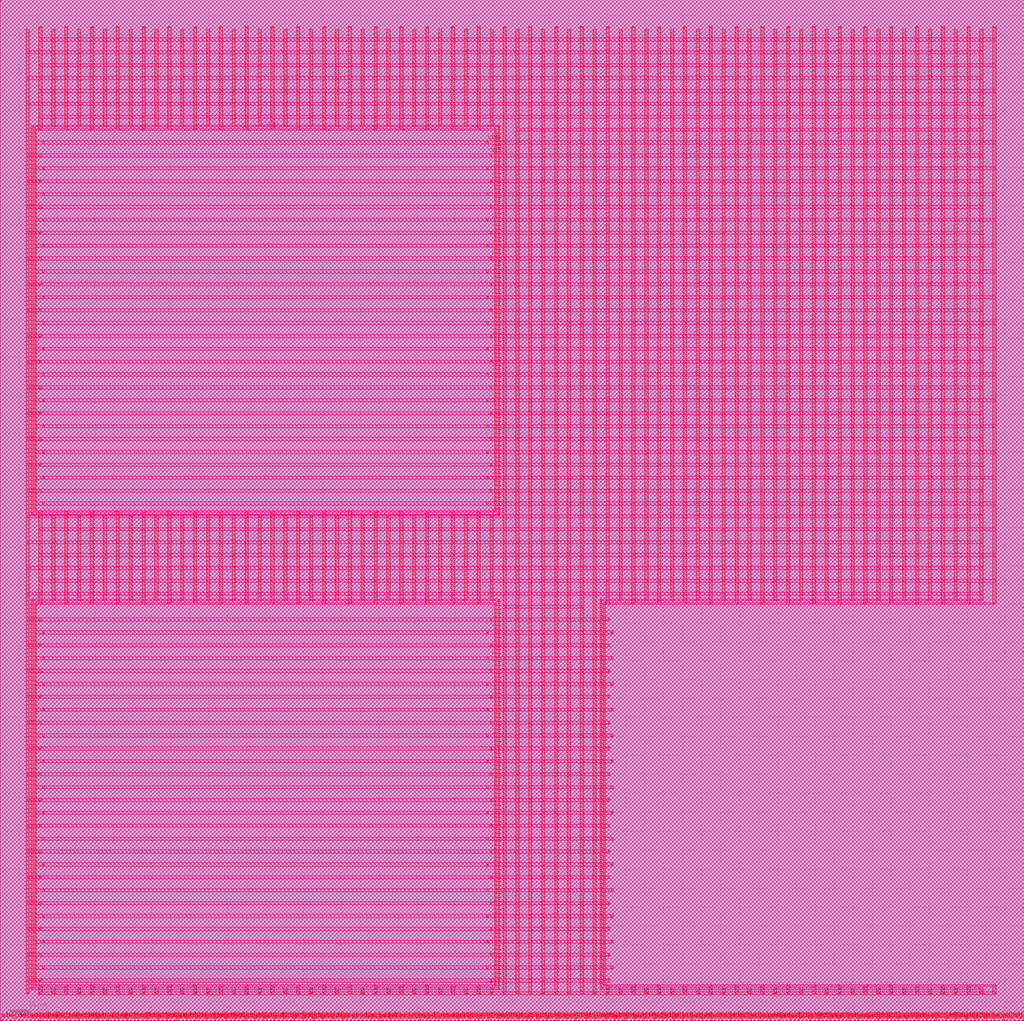
<source format=lef>
###############################################################
#  Generated by:      Cadence Innovus 20.13-s083_1
#  OS:                Linux x86_64(Host ID iron-502-28)
#  Generated on:      Tue May 24 09:04:44 2022
#  Design:            top
#  Command:           write_lef_abstract -specifyTopLayer 6 -PGPinLayers {5 6} -noCutObs -stripePin results/top.lef
###############################################################

VERSION 5.8 ;

BUSBITCHARS "[]" ;
DIVIDERCHAR "/" ;

MACRO top
  CLASS BLOCK ;
  SIZE 1080.080000 BY 1077.120000 ;
  FOREIGN top 0.000000 0.000000 ;
  ORIGIN 0 0 ;
  SYMMETRY X Y R90 ;
  PIN clk
    DIRECTION INPUT ;
    USE SIGNAL ;
    ANTENNAPARTIALMETALAREA 0.4614 LAYER met4  ;
    ANTENNAPARTIALMETALSIDEAREA 2.456 LAYER met4  ;
    ANTENNAMODEL OXIDE1 ;
    ANTENNAGATEAREA 1.152 LAYER met4  ;
    ANTENNAMAXAREACAR 9.15953 LAYER met4  ;
    ANTENNAMAXSIDEAREACAR 47.4913 LAYER met4  ;
    ANTENNAMAXCUTCAR 0.114063 LAYER via4  ;
    PORT
      LAYER met4 ;
        RECT 0.000000 0.520000 0.800000 0.820000 ;
    END
  END clk
  PIN rst_n
    DIRECTION INPUT ;
    USE SIGNAL ;
    ANTENNAPARTIALMETALAREA 18.2562 LAYER met4  ;
    ANTENNAPARTIALMETALSIDEAREA 97.832 LAYER met4  ;
    ANTENNAMODEL OXIDE1 ;
    ANTENNAGATEAREA 4.6015 LAYER met4  ;
    ANTENNAMAXAREACAR 77.0933 LAYER met4  ;
    ANTENNAMAXSIDEAREACAR 375.091 LAYER met4  ;
    ANTENNAMAXCUTCAR 0.69315 LAYER via4  ;
    PORT
      LAYER met4 ;
        RECT 1079.240000 0.000000 1079.540000 0.800000 ;
    END
  END rst_n
  PIN wb_clk_i
    DIRECTION INPUT ;
    USE SIGNAL ;
    ANTENNAPARTIALMETALAREA 22.4322 LAYER met4  ;
    ANTENNAPARTIALMETALSIDEAREA 120.104 LAYER met4  ;
    ANTENNAMODEL OXIDE1 ;
    ANTENNAGATEAREA 0.477 LAYER met4  ;
    ANTENNAMAXAREACAR 77.5688 LAYER met4  ;
    ANTENNAMAXSIDEAREACAR 404.384 LAYER met4  ;
    ANTENNAMAXCUTCAR 1.05178 LAYER via4  ;
    PORT
      LAYER met4 ;
        RECT 0.000000 1076.560000 0.800000 1076.860000 ;
    END
  END wb_clk_i
  PIN wb_rst_i
    DIRECTION INPUT ;
    USE SIGNAL ;
    ANTENNAPARTIALMETALAREA 4.4604 LAYER met4  ;
    ANTENNAPARTIALMETALSIDEAREA 23.784 LAYER met4  ;
    ANTENNAMODEL OXIDE1 ;
    ANTENNAGATEAREA 8.3265 LAYER met4  ;
    ANTENNAMAXAREACAR 21.9302 LAYER met4  ;
    ANTENNAMAXSIDEAREACAR 109.513 LAYER met4  ;
    ANTENNAMAXCUTCAR 0.317271 LAYER via4  ;
    PORT
      LAYER met4 ;
        RECT 1069.580000 0.000000 1069.880000 0.800000 ;
    END
  END wb_rst_i
  PIN wbs_stb_i
    DIRECTION INPUT ;
    USE SIGNAL ;
    ANTENNAPARTIALMETALAREA 8.8044 LAYER met4  ;
    ANTENNAPARTIALMETALSIDEAREA 46.952 LAYER met4  ;
    ANTENNAMODEL OXIDE1 ;
    ANTENNAGATEAREA 0.2475 LAYER met4  ;
    ANTENNAMAXAREACAR 52.3097 LAYER met4  ;
    ANTENNAMAXSIDEAREACAR 278.307 LAYER met4  ;
    ANTENNAMAXCUTCAR 0.530909 LAYER via4  ;
    PORT
      LAYER met4 ;
        RECT 1059.230000 0.000000 1059.530000 0.800000 ;
    END
  END wbs_stb_i
  PIN wbs_cyc_i
    DIRECTION INPUT ;
    USE SIGNAL ;
    ANTENNAPARTIALMETALAREA 7.7064 LAYER met4  ;
    ANTENNAPARTIALMETALSIDEAREA 41.096 LAYER met4  ;
    ANTENNAMODEL OXIDE1 ;
    ANTENNAGATEAREA 0.2475 LAYER met4  ;
    ANTENNAMAXAREACAR 35.9594 LAYER met4  ;
    ANTENNAMAXSIDEAREACAR 190.17 LAYER met4  ;
    ANTENNAMAXCUTCAR 0.530909 LAYER via4  ;
    PORT
      LAYER met4 ;
        RECT 1048.880000 0.000000 1049.180000 0.800000 ;
    END
  END wbs_cyc_i
  PIN wbs_we_i
    DIRECTION INPUT ;
    USE SIGNAL ;
    ANTENNAPARTIALMETALAREA 0.855 LAYER met4  ;
    ANTENNAPARTIALMETALSIDEAREA 5.496 LAYER met4  ;
    ANTENNAMODEL OXIDE1 ;
    ANTENNAGATEAREA 0.126 LAYER met4  ;
    ANTENNAMAXAREACAR 59.1905 LAYER met4  ;
    ANTENNAMAXSIDEAREACAR 309.278 LAYER met4  ;
    ANTENNAMAXCUTCAR 1.04286 LAYER via4  ;
    PORT
      LAYER met4 ;
        RECT 1038.530000 0.000000 1038.830000 0.800000 ;
    END
  END wbs_we_i
  PIN wbs_sel_i[3]
    DIRECTION INPUT ;
    USE SIGNAL ;
    PORT
      LAYER met4 ;
        RECT 1028.180000 0.000000 1028.480000 0.800000 ;
    END
  END wbs_sel_i[3]
  PIN wbs_sel_i[2]
    DIRECTION INPUT ;
    USE SIGNAL ;
    PORT
      LAYER met4 ;
        RECT 1017.830000 0.000000 1018.130000 0.800000 ;
    END
  END wbs_sel_i[2]
  PIN wbs_sel_i[1]
    DIRECTION INPUT ;
    USE SIGNAL ;
    PORT
      LAYER met4 ;
        RECT 1007.480000 0.000000 1007.780000 0.800000 ;
    END
  END wbs_sel_i[1]
  PIN wbs_sel_i[0]
    DIRECTION INPUT ;
    USE SIGNAL ;
    PORT
      LAYER met4 ;
        RECT 997.130000 0.000000 997.430000 0.800000 ;
    END
  END wbs_sel_i[0]
  PIN wbs_dat_i[31]
    DIRECTION INPUT ;
    USE SIGNAL ;
    ANTENNAPARTIALMETALAREA 8.6214 LAYER met4  ;
    ANTENNAPARTIALMETALSIDEAREA 45.976 LAYER met4  ;
    ANTENNAMODEL OXIDE1 ;
    ANTENNAGATEAREA 0.126 LAYER met4  ;
    ANTENNAMAXAREACAR 73.4778 LAYER met4  ;
    ANTENNAMAXSIDEAREACAR 389.548 LAYER met4  ;
    ANTENNAMAXCUTCAR 1.04286 LAYER via4  ;
    PORT
      LAYER met4 ;
        RECT 987.470000 0.000000 987.770000 0.800000 ;
    END
  END wbs_dat_i[31]
  PIN wbs_dat_i[30]
    DIRECTION INPUT ;
    USE SIGNAL ;
    ANTENNAPARTIALMETALAREA 8.4384 LAYER met4  ;
    ANTENNAPARTIALMETALSIDEAREA 45 LAYER met4  ;
    ANTENNAMODEL OXIDE1 ;
    ANTENNAGATEAREA 0.126 LAYER met4  ;
    ANTENNAMAXAREACAR 79.5143 LAYER met4  ;
    ANTENNAMAXSIDEAREACAR 420.96 LAYER met4  ;
    ANTENNAMAXCUTCAR 1.04286 LAYER via4  ;
    PORT
      LAYER met4 ;
        RECT 977.120000 0.000000 977.420000 0.800000 ;
    END
  END wbs_dat_i[30]
  PIN wbs_dat_i[29]
    DIRECTION INPUT ;
    USE SIGNAL ;
    ANTENNAPARTIALMETALAREA 8.0724 LAYER met4  ;
    ANTENNAPARTIALMETALSIDEAREA 43.048 LAYER met4  ;
    ANTENNAMODEL OXIDE1 ;
    ANTENNAGATEAREA 0.126 LAYER met4  ;
    ANTENNAMAXAREACAR 72.7563 LAYER met4  ;
    ANTENNAMAXSIDEAREACAR 383.31 LAYER met4  ;
    ANTENNAMAXCUTCAR 1.04286 LAYER via4  ;
    PORT
      LAYER met4 ;
        RECT 966.770000 0.000000 967.070000 0.800000 ;
    END
  END wbs_dat_i[29]
  PIN wbs_dat_i[28]
    DIRECTION INPUT ;
    USE SIGNAL ;
    ANTENNAPARTIALMETALAREA 4.698 LAYER met4  ;
    ANTENNAPARTIALMETALSIDEAREA 25.992 LAYER met4  ;
    ANTENNAMODEL OXIDE1 ;
    ANTENNAGATEAREA 0.126 LAYER met4  ;
    ANTENNAMAXAREACAR 71.4944 LAYER met4  ;
    ANTENNAMAXSIDEAREACAR 376.802 LAYER met4  ;
    ANTENNAMAXCUTCAR 1.04286 LAYER via4  ;
    PORT
      LAYER met4 ;
        RECT 956.420000 0.000000 956.720000 0.800000 ;
    END
  END wbs_dat_i[28]
  PIN wbs_dat_i[27]
    DIRECTION INPUT ;
    USE SIGNAL ;
    ANTENNAPARTIALMETALAREA 8.6214 LAYER met4  ;
    ANTENNAPARTIALMETALSIDEAREA 45.976 LAYER met4  ;
    ANTENNAMODEL OXIDE1 ;
    ANTENNAGATEAREA 0.126 LAYER met4  ;
    ANTENNAMAXAREACAR 80.0071 LAYER met4  ;
    ANTENNAMAXSIDEAREACAR 421.659 LAYER met4  ;
    ANTENNAMAXCUTCAR 1.04286 LAYER via4  ;
    PORT
      LAYER met4 ;
        RECT 946.070000 0.000000 946.370000 0.800000 ;
    END
  END wbs_dat_i[27]
  PIN wbs_dat_i[26]
    DIRECTION INPUT ;
    USE SIGNAL ;
    ANTENNAPARTIALMETALAREA 7.1574 LAYER met4  ;
    ANTENNAPARTIALMETALSIDEAREA 38.168 LAYER met4  ;
    ANTENNAMODEL OXIDE1 ;
    ANTENNAGATEAREA 0.126 LAYER met4  ;
    ANTENNAMAXAREACAR 68.0734 LAYER met4  ;
    ANTENNAMAXSIDEAREACAR 354.278 LAYER met4  ;
    ANTENNAMAXCUTCAR 1.04286 LAYER via4  ;
    PORT
      LAYER met4 ;
        RECT 935.720000 0.000000 936.020000 0.800000 ;
    END
  END wbs_dat_i[26]
  PIN wbs_dat_i[25]
    DIRECTION INPUT ;
    USE SIGNAL ;
    ANTENNAPARTIALMETALAREA 8.0724 LAYER met4  ;
    ANTENNAPARTIALMETALSIDEAREA 43.048 LAYER met4  ;
    ANTENNAMODEL OXIDE1 ;
    ANTENNAGATEAREA 0.126 LAYER met4  ;
    ANTENNAMAXAREACAR 75.9881 LAYER met4  ;
    ANTENNAMAXSIDEAREACAR 400.183 LAYER met4  ;
    ANTENNAMAXCUTCAR 1.04286 LAYER via4  ;
    PORT
      LAYER met4 ;
        RECT 925.370000 0.000000 925.670000 0.800000 ;
    END
  END wbs_dat_i[25]
  PIN wbs_dat_i[24]
    DIRECTION INPUT ;
    USE SIGNAL ;
    ANTENNAPARTIALMETALAREA 8.6214 LAYER met4  ;
    ANTENNAPARTIALMETALSIDEAREA 45.976 LAYER met4  ;
    ANTENNAMODEL OXIDE1 ;
    ANTENNAGATEAREA 0.126 LAYER met4  ;
    ANTENNAMAXAREACAR 75.0246 LAYER met4  ;
    ANTENNAMAXSIDEAREACAR 397.278 LAYER met4  ;
    ANTENNAMAXCUTCAR 1.04286 LAYER via4  ;
    PORT
      LAYER met4 ;
        RECT 915.020000 0.000000 915.320000 0.800000 ;
    END
  END wbs_dat_i[24]
  PIN wbs_dat_i[23]
    DIRECTION INPUT ;
    USE SIGNAL ;
    ANTENNAPARTIALMETALAREA 8.175 LAYER met4  ;
    ANTENNAPARTIALMETALSIDEAREA 44.536 LAYER met4  ;
    ANTENNAMODEL OXIDE1 ;
    ANTENNAGATEAREA 0.126 LAYER met4  ;
    ANTENNAMAXAREACAR 91.3944 LAYER met4  ;
    ANTENNAMAXSIDEAREACAR 488.968 LAYER met4  ;
    ANTENNAMAXCUTCAR 1.04286 LAYER via4  ;
    PORT
      LAYER met4 ;
        RECT 904.670000 0.000000 904.970000 0.800000 ;
    END
  END wbs_dat_i[23]
  PIN wbs_dat_i[22]
    DIRECTION INPUT ;
    USE SIGNAL ;
    ANTENNAPARTIALMETALAREA 7.3984 LAYER met4  ;
    ANTENNAPARTIALMETALSIDEAREA 35.328 LAYER met4  ;
    ANTENNAPARTIALCUTAREA 0.64 LAYER via4  ;
    ANTENNAPARTIALMETALAREA 5.872 LAYER met5  ;
    ANTENNAPARTIALMETALSIDEAREA 12.648 LAYER met5  ;
    ANTENNAMODEL OXIDE1 ;
    ANTENNAGATEAREA 0.126 LAYER met5  ;
    ANTENNAMAXAREACAR 98.6127 LAYER met5  ;
    ANTENNAMAXSIDEAREACAR 346.69 LAYER met5  ;
    PORT
      LAYER met4 ;
        RECT 895.010000 0.000000 895.310000 0.800000 ;
    END
  END wbs_dat_i[22]
  PIN wbs_dat_i[21]
    DIRECTION INPUT ;
    USE SIGNAL ;
    ANTENNAPARTIALMETALAREA 7.3404 LAYER met4  ;
    ANTENNAPARTIALMETALSIDEAREA 39.144 LAYER met4  ;
    ANTENNAMODEL OXIDE1 ;
    ANTENNAGATEAREA 0.126 LAYER met4  ;
    ANTENNAMAXAREACAR 68.6032 LAYER met4  ;
    ANTENNAMAXSIDEAREACAR 360.77 LAYER met4  ;
    ANTENNAMAXCUTCAR 1.04286 LAYER via4  ;
    PORT
      LAYER met4 ;
        RECT 884.660000 0.000000 884.960000 0.800000 ;
    END
  END wbs_dat_i[21]
  PIN wbs_dat_i[20]
    DIRECTION INPUT ;
    USE SIGNAL ;
    ANTENNAPARTIALMETALAREA 8.6214 LAYER met4  ;
    ANTENNAPARTIALMETALSIDEAREA 45.976 LAYER met4  ;
    ANTENNAMODEL OXIDE1 ;
    ANTENNAGATEAREA 0.126 LAYER met4  ;
    ANTENNAMAXAREACAR 78.4738 LAYER met4  ;
    ANTENNAMAXSIDEAREACAR 413.992 LAYER met4  ;
    ANTENNAMAXCUTCAR 1.04286 LAYER via4  ;
    PORT
      LAYER met4 ;
        RECT 874.310000 0.000000 874.610000 0.800000 ;
    END
  END wbs_dat_i[20]
  PIN wbs_dat_i[19]
    DIRECTION INPUT ;
    USE SIGNAL ;
    ANTENNAPARTIALMETALAREA 5.2024 LAYER met4  ;
    ANTENNAPARTIALMETALSIDEAREA 23.616 LAYER met4  ;
    ANTENNAPARTIALCUTAREA 0.64 LAYER via4  ;
    ANTENNAPARTIALMETALAREA 19.184 LAYER met5  ;
    ANTENNAPARTIALMETALSIDEAREA 40.296 LAYER met5  ;
    ANTENNAMODEL OXIDE1 ;
    ANTENNAGATEAREA 0.126 LAYER met5  ;
    ANTENNAMAXAREACAR 190.813 LAYER met5  ;
    ANTENNAMAXSIDEAREACAR 491.349 LAYER met5  ;
    PORT
      LAYER met4 ;
        RECT 863.960000 0.000000 864.260000 0.800000 ;
    END
  END wbs_dat_i[19]
  PIN wbs_dat_i[18]
    DIRECTION INPUT ;
    USE SIGNAL ;
    ANTENNAPARTIALMETALAREA 8.6214 LAYER met4  ;
    ANTENNAPARTIALMETALSIDEAREA 45.976 LAYER met4  ;
    ANTENNAMODEL OXIDE1 ;
    ANTENNAGATEAREA 0.126 LAYER met4  ;
    ANTENNAMAXAREACAR 75.9183 LAYER met4  ;
    ANTENNAMAXSIDEAREACAR 401.214 LAYER met4  ;
    ANTENNAMAXCUTCAR 1.04286 LAYER via4  ;
    PORT
      LAYER met4 ;
        RECT 853.610000 0.000000 853.910000 0.800000 ;
    END
  END wbs_dat_i[18]
  PIN wbs_dat_i[17]
    DIRECTION INPUT ;
    USE SIGNAL ;
    ANTENNAPARTIALMETALAREA 0.2034 LAYER met4  ;
    ANTENNAPARTIALMETALSIDEAREA 1.08 LAYER met4  ;
    ANTENNAMODEL OXIDE1 ;
    ANTENNAGATEAREA 0.126 LAYER met4  ;
    ANTENNAMAXAREACAR 44.25 LAYER met4  ;
    ANTENNAMAXSIDEAREACAR 220.857 LAYER met4  ;
    ANTENNAMAXCUTCAR 1.04286 LAYER via4  ;
    PORT
      LAYER met4 ;
        RECT 843.260000 0.000000 843.560000 0.800000 ;
    END
  END wbs_dat_i[17]
  PIN wbs_dat_i[16]
    DIRECTION INPUT ;
    USE SIGNAL ;
    ANTENNAPARTIALMETALAREA 8.0724 LAYER met4  ;
    ANTENNAPARTIALMETALSIDEAREA 43.048 LAYER met4  ;
    ANTENNAMODEL OXIDE1 ;
    ANTENNAGATEAREA 0.126 LAYER met4  ;
    ANTENNAMAXAREACAR 78.3246 LAYER met4  ;
    ANTENNAMAXSIDEAREACAR 413.325 LAYER met4  ;
    ANTENNAMAXCUTCAR 1.04286 LAYER via4  ;
    PORT
      LAYER met4 ;
        RECT 832.910000 0.000000 833.210000 0.800000 ;
    END
  END wbs_dat_i[16]
  PIN wbs_dat_i[15]
    DIRECTION INPUT ;
    USE SIGNAL ;
    ANTENNAPARTIALMETALAREA 8.9874 LAYER met4  ;
    ANTENNAPARTIALMETALSIDEAREA 47.928 LAYER met4  ;
    ANTENNAMODEL OXIDE1 ;
    ANTENNAGATEAREA 0.126 LAYER met4  ;
    ANTENNAMAXAREACAR 83.4286 LAYER met4  ;
    ANTENNAMAXSIDEAREACAR 440.159 LAYER met4  ;
    ANTENNAMAXCUTCAR 1.04286 LAYER via4  ;
    PORT
      LAYER met4 ;
        RECT 822.560000 0.000000 822.860000 0.800000 ;
    END
  END wbs_dat_i[15]
  PIN wbs_dat_i[14]
    DIRECTION INPUT ;
    USE SIGNAL ;
    ANTENNAPARTIALMETALAREA 8.6214 LAYER met4  ;
    ANTENNAPARTIALMETALSIDEAREA 45.976 LAYER met4  ;
    ANTENNAMODEL OXIDE1 ;
    ANTENNAGATEAREA 0.126 LAYER met4  ;
    ANTENNAMAXAREACAR 79.7341 LAYER met4  ;
    ANTENNAMAXSIDEAREACAR 421.373 LAYER met4  ;
    ANTENNAMAXCUTCAR 1.04286 LAYER via4  ;
    PORT
      LAYER met4 ;
        RECT 812.210000 0.000000 812.510000 0.800000 ;
    END
  END wbs_dat_i[14]
  PIN wbs_dat_i[13]
    DIRECTION INPUT ;
    USE SIGNAL ;
    ANTENNAPARTIALMETALAREA 8.0724 LAYER met4  ;
    ANTENNAPARTIALMETALSIDEAREA 43.048 LAYER met4  ;
    ANTENNAMODEL OXIDE1 ;
    ANTENNAGATEAREA 0.126 LAYER met4  ;
    ANTENNAMAXAREACAR 76.3341 LAYER met4  ;
    ANTENNAMAXSIDEAREACAR 401.198 LAYER met4  ;
    ANTENNAMAXCUTCAR 1.04286 LAYER via4  ;
    PORT
      LAYER met4 ;
        RECT 802.550000 0.000000 802.850000 0.800000 ;
    END
  END wbs_dat_i[13]
  PIN wbs_dat_i[12]
    DIRECTION INPUT ;
    USE SIGNAL ;
    ANTENNAPARTIALMETALAREA 7.3404 LAYER met4  ;
    ANTENNAPARTIALMETALSIDEAREA 39.144 LAYER met4  ;
    ANTENNAMODEL OXIDE1 ;
    ANTENNAGATEAREA 0.126 LAYER met4  ;
    ANTENNAMAXAREACAR 68.7183 LAYER met4  ;
    ANTENNAMAXSIDEAREACAR 361.881 LAYER met4  ;
    ANTENNAMAXCUTCAR 1.04286 LAYER via4  ;
    PORT
      LAYER met4 ;
        RECT 792.200000 0.000000 792.500000 0.800000 ;
    END
  END wbs_dat_i[12]
  PIN wbs_dat_i[11]
    DIRECTION INPUT ;
    USE SIGNAL ;
    ANTENNAPARTIALMETALAREA 8.0724 LAYER met4  ;
    ANTENNAPARTIALMETALSIDEAREA 43.048 LAYER met4  ;
    ANTENNAMODEL OXIDE1 ;
    ANTENNAGATEAREA 0.126 LAYER met4  ;
    ANTENNAMAXAREACAR 72.8484 LAYER met4  ;
    ANTENNAMAXSIDEAREACAR 384.119 LAYER met4  ;
    ANTENNAMAXCUTCAR 1.04286 LAYER via4  ;
    PORT
      LAYER met4 ;
        RECT 781.850000 0.000000 782.150000 0.800000 ;
    END
  END wbs_dat_i[11]
  PIN wbs_dat_i[10]
    DIRECTION INPUT ;
    USE SIGNAL ;
    ANTENNAPARTIALMETALAREA 8.4384 LAYER met4  ;
    ANTENNAPARTIALMETALSIDEAREA 45 LAYER met4  ;
    ANTENNAMODEL OXIDE1 ;
    ANTENNAGATEAREA 0.126 LAYER met4  ;
    ANTENNAMAXAREACAR 76.6246 LAYER met4  ;
    ANTENNAMAXSIDEAREACAR 404.881 LAYER met4  ;
    ANTENNAMAXCUTCAR 1.04286 LAYER via4  ;
    PORT
      LAYER met4 ;
        RECT 771.500000 0.000000 771.800000 0.800000 ;
    END
  END wbs_dat_i[10]
  PIN wbs_dat_i[9]
    DIRECTION INPUT ;
    USE SIGNAL ;
    ANTENNAPARTIALMETALAREA 1.587 LAYER met4  ;
    ANTENNAPARTIALMETALSIDEAREA 9.4 LAYER met4  ;
    ANTENNAMODEL OXIDE1 ;
    ANTENNAGATEAREA 0.126 LAYER met4  ;
    ANTENNAMAXAREACAR 57.4849 LAYER met4  ;
    ANTENNAMAXSIDEAREACAR 299.984 LAYER met4  ;
    ANTENNAMAXCUTCAR 1.04286 LAYER via4  ;
    PORT
      LAYER met4 ;
        RECT 761.150000 0.000000 761.450000 0.800000 ;
    END
  END wbs_dat_i[9]
  PIN wbs_dat_i[8]
    DIRECTION INPUT ;
    USE SIGNAL ;
    ANTENNAPARTIALMETALAREA 2.709 LAYER met4  ;
    ANTENNAPARTIALMETALSIDEAREA 15.384 LAYER met4  ;
    ANTENNAMODEL OXIDE1 ;
    ANTENNAGATEAREA 0.126 LAYER met4  ;
    ANTENNAMAXAREACAR 66.1095 LAYER met4  ;
    ANTENNAMAXSIDEAREACAR 348.802 LAYER met4  ;
    ANTENNAMAXCUTCAR 1.04286 LAYER via4  ;
    PORT
      LAYER met4 ;
        RECT 750.800000 0.000000 751.100000 0.800000 ;
    END
  END wbs_dat_i[8]
  PIN wbs_dat_i[7]
    DIRECTION INPUT ;
    USE SIGNAL ;
    ANTENNAPARTIALMETALAREA 0.855 LAYER met4  ;
    ANTENNAPARTIALMETALSIDEAREA 5.496 LAYER met4  ;
    ANTENNAMODEL OXIDE1 ;
    ANTENNAGATEAREA 0.126 LAYER met4  ;
    ANTENNAMAXAREACAR 61.823 LAYER met4  ;
    ANTENNAMAXSIDEAREACAR 318.643 LAYER met4  ;
    ANTENNAMAXCUTCAR 1.04286 LAYER via4  ;
    PORT
      LAYER met4 ;
        RECT 740.450000 0.000000 740.750000 0.800000 ;
    END
  END wbs_dat_i[7]
  PIN wbs_dat_i[6]
    DIRECTION INPUT ;
    USE SIGNAL ;
    ANTENNAPARTIALMETALAREA 3.783 LAYER met4  ;
    ANTENNAPARTIALMETALSIDEAREA 21.112 LAYER met4  ;
    ANTENNAMODEL OXIDE1 ;
    ANTENNAGATEAREA 0.126 LAYER met4  ;
    ANTENNAMAXAREACAR 63.4754 LAYER met4  ;
    ANTENNAMAXSIDEAREACAR 333.556 LAYER met4  ;
    ANTENNAMAXCUTCAR 1.04286 LAYER via4  ;
    PORT
      LAYER met4 ;
        RECT 730.100000 0.000000 730.400000 0.800000 ;
    END
  END wbs_dat_i[6]
  PIN wbs_dat_i[5]
    DIRECTION INPUT ;
    USE SIGNAL ;
    ANTENNAPARTIALMETALAREA 1.953 LAYER met4  ;
    ANTENNAPARTIALMETALSIDEAREA 11.352 LAYER met4  ;
    ANTENNAMODEL OXIDE1 ;
    ANTENNAGATEAREA 0.126 LAYER met4  ;
    ANTENNAMAXAREACAR 63.5246 LAYER met4  ;
    ANTENNAMAXSIDEAREACAR 333.159 LAYER met4  ;
    ANTENNAMAXCUTCAR 1.04286 LAYER via4  ;
    PORT
      LAYER met4 ;
        RECT 719.750000 0.000000 720.050000 0.800000 ;
    END
  END wbs_dat_i[5]
  PIN wbs_dat_i[4]
    DIRECTION INPUT ;
    USE SIGNAL ;
    ANTENNAPARTIALMETALAREA 1.221 LAYER met4  ;
    ANTENNAPARTIALMETALSIDEAREA 7.448 LAYER met4  ;
    ANTENNAMODEL OXIDE1 ;
    ANTENNAGATEAREA 0.126 LAYER met4  ;
    ANTENNAMAXAREACAR 73.3357 LAYER met4  ;
    ANTENNAMAXSIDEAREACAR 380.825 LAYER met4  ;
    ANTENNAMAXCUTCAR 1.04286 LAYER via4  ;
    PORT
      LAYER met4 ;
        RECT 710.090000 0.000000 710.390000 0.800000 ;
    END
  END wbs_dat_i[4]
  PIN wbs_dat_i[3]
    DIRECTION INPUT ;
    USE SIGNAL ;
    ANTENNAPARTIALMETALAREA 4.332 LAYER met4  ;
    ANTENNAPARTIALMETALSIDEAREA 24.04 LAYER met4  ;
    ANTENNAMODEL OXIDE1 ;
    ANTENNAGATEAREA 0.126 LAYER met4  ;
    ANTENNAMAXAREACAR 64.546 LAYER met4  ;
    ANTENNAMAXSIDEAREACAR 342.722 LAYER met4  ;
    ANTENNAMAXCUTCAR 1.04286 LAYER via4  ;
    PORT
      LAYER met4 ;
        RECT 699.740000 0.000000 700.040000 0.800000 ;
    END
  END wbs_dat_i[3]
  PIN wbs_dat_i[2]
    DIRECTION INPUT ;
    USE SIGNAL ;
    ANTENNAPARTIALMETALAREA 3.234 LAYER met4  ;
    ANTENNAPARTIALMETALSIDEAREA 18.184 LAYER met4  ;
    ANTENNAMODEL OXIDE1 ;
    ANTENNAGATEAREA 0.126 LAYER met4  ;
    ANTENNAMAXAREACAR 63.5972 LAYER met4  ;
    ANTENNAMAXSIDEAREACAR 322.936 LAYER met4  ;
    ANTENNAMAXCUTCAR 1.04286 LAYER via4  ;
    PORT
      LAYER met4 ;
        RECT 689.390000 0.000000 689.690000 0.800000 ;
    END
  END wbs_dat_i[2]
  PIN wbs_dat_i[1]
    DIRECTION INPUT ;
    USE SIGNAL ;
    ANTENNAPARTIALMETALAREA 2.319 LAYER met4  ;
    ANTENNAPARTIALMETALSIDEAREA 13.304 LAYER met4  ;
    ANTENNAMODEL OXIDE1 ;
    ANTENNAGATEAREA 0.126 LAYER met4  ;
    ANTENNAMAXAREACAR 78.0643 LAYER met4  ;
    ANTENNAMAXSIDEAREACAR 406.071 LAYER met4  ;
    ANTENNAMAXCUTCAR 1.04286 LAYER via4  ;
    PORT
      LAYER met4 ;
        RECT 679.040000 0.000000 679.340000 0.800000 ;
    END
  END wbs_dat_i[1]
  PIN wbs_dat_i[0]
    DIRECTION INPUT ;
    USE SIGNAL ;
    ANTENNAPARTIALMETALAREA 2.685 LAYER met4  ;
    ANTENNAPARTIALMETALSIDEAREA 15.256 LAYER met4  ;
    ANTENNAMODEL OXIDE1 ;
    ANTENNAGATEAREA 0.126 LAYER met4  ;
    ANTENNAMAXAREACAR 106.781 LAYER met4  ;
    ANTENNAMAXSIDEAREACAR 543.976 LAYER met4  ;
    ANTENNAMAXCUTCAR 1.04286 LAYER via4  ;
    PORT
      LAYER met4 ;
        RECT 668.690000 0.000000 668.990000 0.800000 ;
    END
  END wbs_dat_i[0]
  PIN wbs_adr_i[31]
    DIRECTION INPUT ;
    USE SIGNAL ;
    ANTENNAPARTIALMETALAREA 1.587 LAYER met4  ;
    ANTENNAPARTIALMETALSIDEAREA 9.4 LAYER met4  ;
    ANTENNAMODEL OXIDE1 ;
    ANTENNAGATEAREA 0.126 LAYER met4  ;
    ANTENNAMAXAREACAR 70.9282 LAYER met4  ;
    ANTENNAMAXSIDEAREACAR 358.603 LAYER met4  ;
    ANTENNAMAXCUTCAR 1.04286 LAYER via4  ;
    PORT
      LAYER met4 ;
        RECT 658.340000 0.000000 658.640000 0.800000 ;
    END
  END wbs_adr_i[31]
  PIN wbs_adr_i[30]
    DIRECTION INPUT ;
    USE SIGNAL ;
    ANTENNAPARTIALMETALAREA 4.1424 LAYER met4  ;
    ANTENNAPARTIALMETALSIDEAREA 22.088 LAYER met4  ;
    ANTENNAMODEL OXIDE1 ;
    ANTENNAGATEAREA 0.126 LAYER met4  ;
    ANTENNAMAXAREACAR 129.885 LAYER met4  ;
    ANTENNAMAXSIDEAREACAR 668.77 LAYER met4  ;
    ANTENNAMAXCUTCAR 1.04286 LAYER via4  ;
    PORT
      LAYER met4 ;
        RECT 647.990000 0.000000 648.290000 0.800000 ;
    END
  END wbs_adr_i[30]
  PIN wbs_adr_i[29]
    DIRECTION INPUT ;
    USE SIGNAL ;
    ANTENNAPARTIALMETALAREA 9.2184 LAYER met4  ;
    ANTENNAPARTIALMETALSIDEAREA 49.16 LAYER met4  ;
    ANTENNAMODEL OXIDE1 ;
    ANTENNAGATEAREA 0.2475 LAYER met4  ;
    ANTENNAMAXAREACAR 90.6792 LAYER met4  ;
    ANTENNAMAXSIDEAREACAR 478.424 LAYER met4  ;
    ANTENNAMAXCUTCAR 0.530909 LAYER via4  ;
    PORT
      LAYER met4 ;
        RECT 637.640000 0.000000 637.940000 0.800000 ;
    END
  END wbs_adr_i[29]
  PIN wbs_adr_i[28]
    DIRECTION INPUT ;
    USE SIGNAL ;
    ANTENNAPARTIALMETALAREA 4.8264 LAYER met4  ;
    ANTENNAPARTIALMETALSIDEAREA 25.736 LAYER met4  ;
    ANTENNAMODEL OXIDE1 ;
    ANTENNAGATEAREA 0.2475 LAYER met4  ;
    ANTENNAMAXAREACAR 80.8723 LAYER met4  ;
    ANTENNAMAXSIDEAREACAR 423.79 LAYER met4  ;
    ANTENNAMAXCUTCAR 0.530909 LAYER via4  ;
    PORT
      LAYER met4 ;
        RECT 627.980000 0.000000 628.280000 0.800000 ;
    END
  END wbs_adr_i[28]
  PIN wbs_adr_i[27]
    DIRECTION INPUT ;
    USE SIGNAL ;
    ANTENNAPARTIALMETALAREA 6.0594 LAYER met4  ;
    ANTENNAPARTIALMETALSIDEAREA 32.312 LAYER met4  ;
    ANTENNAMODEL OXIDE1 ;
    ANTENNAGATEAREA 0.126 LAYER met4  ;
    ANTENNAMAXAREACAR 64.3516 LAYER met4  ;
    ANTENNAMAXSIDEAREACAR 334.087 LAYER met4  ;
    ANTENNAMAXCUTCAR 1.04286 LAYER via4  ;
    PORT
      LAYER met4 ;
        RECT 617.630000 0.000000 617.930000 0.800000 ;
    END
  END wbs_adr_i[27]
  PIN wbs_adr_i[26]
    DIRECTION INPUT ;
    USE SIGNAL ;
    ANTENNAPARTIALMETALAREA 8.4384 LAYER met4  ;
    ANTENNAPARTIALMETALSIDEAREA 45 LAYER met4  ;
    ANTENNAMODEL OXIDE1 ;
    ANTENNAGATEAREA 0.126 LAYER met4  ;
    ANTENNAMAXAREACAR 92.8361 LAYER met4  ;
    ANTENNAMAXSIDEAREACAR 490.96 LAYER met4  ;
    ANTENNAMAXCUTCAR 1.04286 LAYER via4  ;
    PORT
      LAYER met4 ;
        RECT 607.280000 0.000000 607.580000 0.800000 ;
    END
  END wbs_adr_i[26]
  PIN wbs_adr_i[25]
    DIRECTION INPUT ;
    USE SIGNAL ;
    ANTENNAPARTIALMETALAREA 8.2794 LAYER met4  ;
    ANTENNAPARTIALMETALSIDEAREA 44.152 LAYER met4  ;
    ANTENNAMODEL OXIDE1 ;
    ANTENNAGATEAREA 0.126 LAYER met4  ;
    ANTENNAMAXAREACAR 117.358 LAYER met4  ;
    ANTENNAMAXSIDEAREACAR 619.762 LAYER met4  ;
    ANTENNAMAXCUTCAR 1.04286 LAYER via4  ;
    PORT
      LAYER met4 ;
        RECT 596.930000 0.000000 597.230000 0.800000 ;
    END
  END wbs_adr_i[25]
  PIN wbs_adr_i[24]
    DIRECTION INPUT ;
    USE SIGNAL ;
    ANTENNAPARTIALMETALAREA 4.0464 LAYER met4  ;
    ANTENNAPARTIALMETALSIDEAREA 21.576 LAYER met4  ;
    ANTENNAMODEL OXIDE1 ;
    ANTENNAGATEAREA 0.126 LAYER met4  ;
    ANTENNAMAXAREACAR 76.1492 LAYER met4  ;
    ANTENNAMAXSIDEAREACAR 385.222 LAYER met4  ;
    ANTENNAMAXCUTCAR 1.04286 LAYER via4  ;
    PORT
      LAYER met4 ;
        RECT 586.580000 0.000000 586.880000 0.800000 ;
    END
  END wbs_adr_i[24]
  PIN wbs_adr_i[23]
    DIRECTION INPUT ;
    USE SIGNAL ;
    ANTENNAPARTIALMETALAREA 8.8044 LAYER met4  ;
    ANTENNAPARTIALMETALSIDEAREA 46.952 LAYER met4  ;
    ANTENNAMODEL OXIDE1 ;
    ANTENNAGATEAREA 0.126 LAYER met4  ;
    ANTENNAMAXAREACAR 80.3837 LAYER met4  ;
    ANTENNAMAXSIDEAREACAR 412.722 LAYER met4  ;
    ANTENNAMAXCUTCAR 1.04286 LAYER via4  ;
    PORT
      LAYER met4 ;
        RECT 576.230000 0.000000 576.530000 0.800000 ;
    END
  END wbs_adr_i[23]
  PIN wbs_adr_i[22]
    DIRECTION INPUT ;
    USE SIGNAL ;
    ANTENNAPARTIALMETALAREA 8.9874 LAYER met4  ;
    ANTENNAPARTIALMETALSIDEAREA 47.928 LAYER met4  ;
    ANTENNAMODEL OXIDE1 ;
    ANTENNAGATEAREA 0.2475 LAYER met4  ;
    ANTENNAMAXAREACAR 41.1624 LAYER met4  ;
    ANTENNAMAXSIDEAREACAR 215.115 LAYER met4  ;
    ANTENNAMAXCUTCAR 0.530909 LAYER via4  ;
    PORT
      LAYER met4 ;
        RECT 565.880000 0.000000 566.180000 0.800000 ;
    END
  END wbs_adr_i[22]
  PIN wbs_adr_i[21]
    DIRECTION INPUT ;
    USE SIGNAL ;
    ANTENNAPARTIALMETALAREA 8.6214 LAYER met4  ;
    ANTENNAPARTIALMETALSIDEAREA 45.976 LAYER met4  ;
    ANTENNAMODEL OXIDE1 ;
    ANTENNAGATEAREA 0.126 LAYER met4  ;
    ANTENNAMAXAREACAR 113.275 LAYER met4  ;
    ANTENNAMAXSIDEAREACAR 593.508 LAYER met4  ;
    ANTENNAMAXCUTCAR 1.04286 LAYER via4  ;
    PORT
      LAYER met4 ;
        RECT 555.530000 0.000000 555.830000 0.800000 ;
    END
  END wbs_adr_i[21]
  PIN wbs_adr_i[20]
    DIRECTION INPUT ;
    USE SIGNAL ;
    ANTENNAPARTIALMETALAREA 7.7064 LAYER met4  ;
    ANTENNAPARTIALMETALSIDEAREA 41.096 LAYER met4  ;
    ANTENNAMODEL OXIDE1 ;
    ANTENNAGATEAREA 0.2475 LAYER met4  ;
    ANTENNAMAXAREACAR 54.0869 LAYER met4  ;
    ANTENNAMAXSIDEAREACAR 279.62 LAYER met4  ;
    ANTENNAMAXCUTCAR 0.530909 LAYER via4  ;
    PORT
      LAYER met4 ;
        RECT 545.180000 0.000000 545.480000 0.800000 ;
    END
  END wbs_adr_i[20]
  PIN wbs_adr_i[19]
    DIRECTION INPUT ;
    USE SIGNAL ;
    ANTENNAPARTIALMETALAREA 6.7914 LAYER met4  ;
    ANTENNAPARTIALMETALSIDEAREA 36.216 LAYER met4  ;
    ANTENNAMODEL OXIDE1 ;
    ANTENNAGATEAREA 0.2475 LAYER met4  ;
    ANTENNAMAXAREACAR 38.8085 LAYER met4  ;
    ANTENNAMAXSIDEAREACAR 203.632 LAYER met4  ;
    ANTENNAMAXCUTCAR 0.530909 LAYER via4  ;
    PORT
      LAYER met4 ;
        RECT 535.520000 0.000000 535.820000 0.800000 ;
    END
  END wbs_adr_i[19]
  PIN wbs_adr_i[18]
    DIRECTION INPUT ;
    USE SIGNAL ;
    ANTENNAPARTIALMETALAREA 6.7914 LAYER met4  ;
    ANTENNAPARTIALMETALSIDEAREA 36.216 LAYER met4  ;
    ANTENNAMODEL OXIDE1 ;
    ANTENNAGATEAREA 0.2475 LAYER met4  ;
    ANTENNAMAXAREACAR 41.087 LAYER met4  ;
    ANTENNAMAXSIDEAREACAR 211.248 LAYER met4  ;
    ANTENNAMAXCUTCAR 0.530909 LAYER via4  ;
    PORT
      LAYER met4 ;
        RECT 525.170000 0.000000 525.470000 0.800000 ;
    END
  END wbs_adr_i[18]
  PIN wbs_adr_i[17]
    DIRECTION INPUT ;
    USE SIGNAL ;
    ANTENNAPARTIALMETALAREA 6.7914 LAYER met4  ;
    ANTENNAPARTIALMETALSIDEAREA 36.216 LAYER met4  ;
    ANTENNAMODEL OXIDE1 ;
    ANTENNAGATEAREA 0.2475 LAYER met4  ;
    ANTENNAMAXAREACAR 43.3996 LAYER met4  ;
    ANTENNAMAXSIDEAREACAR 221.632 LAYER met4  ;
    ANTENNAMAXCUTCAR 0.530909 LAYER via4  ;
    PORT
      LAYER met4 ;
        RECT 514.820000 0.000000 515.120000 0.800000 ;
    END
  END wbs_adr_i[17]
  PIN wbs_adr_i[16]
    DIRECTION INPUT ;
    USE SIGNAL ;
    ANTENNAPARTIALMETALAREA 6.0594 LAYER met4  ;
    ANTENNAPARTIALMETALSIDEAREA 32.312 LAYER met4  ;
    ANTENNAMODEL OXIDE1 ;
    ANTENNAGATEAREA 0.2475 LAYER met4  ;
    ANTENNAMAXAREACAR 60.8457 LAYER met4  ;
    ANTENNAMAXSIDEAREACAR 318.525 LAYER met4  ;
    ANTENNAMAXCUTCAR 0.530909 LAYER via4  ;
    PORT
      LAYER met4 ;
        RECT 504.470000 0.000000 504.770000 0.800000 ;
    END
  END wbs_adr_i[16]
  PIN wbs_adr_i[15]
    DIRECTION INPUT ;
    USE SIGNAL ;
    ANTENNAPARTIALMETALAREA 6.7914 LAYER met4  ;
    ANTENNAPARTIALMETALSIDEAREA 36.216 LAYER met4  ;
    ANTENNAMODEL OXIDE1 ;
    ANTENNAGATEAREA 0.2475 LAYER met4  ;
    ANTENNAMAXAREACAR 42.4513 LAYER met4  ;
    ANTENNAMAXSIDEAREACAR 223.147 LAYER met4  ;
    ANTENNAMAXCUTCAR 0.530909 LAYER via4  ;
    PORT
      LAYER met4 ;
        RECT 494.120000 0.000000 494.420000 0.800000 ;
    END
  END wbs_adr_i[15]
  PIN wbs_adr_i[14]
    DIRECTION INPUT ;
    USE SIGNAL ;
    ANTENNAPARTIALMETALAREA 0.3864 LAYER met4  ;
    ANTENNAPARTIALMETALSIDEAREA 2.056 LAYER met4  ;
    ANTENNAMODEL OXIDE1 ;
    ANTENNAGATEAREA 0.2475 LAYER met4  ;
    ANTENNAMAXAREACAR 23.3447 LAYER met4  ;
    ANTENNAMAXSIDEAREACAR 112.424 LAYER met4  ;
    ANTENNAMAXCUTCAR 0.530909 LAYER via4  ;
    PORT
      LAYER met4 ;
        RECT 483.770000 0.000000 484.070000 0.800000 ;
    END
  END wbs_adr_i[14]
  PIN wbs_adr_i[13]
    DIRECTION INPUT ;
    USE SIGNAL ;
    ANTENNAPARTIALMETALAREA 5.3274 LAYER met4  ;
    ANTENNAPARTIALMETALSIDEAREA 28.408 LAYER met4  ;
    ANTENNAMODEL OXIDE1 ;
    ANTENNAGATEAREA 0.2475 LAYER met4  ;
    ANTENNAMAXAREACAR 44.5717 LAYER met4  ;
    ANTENNAMAXSIDEAREACAR 229.883 LAYER met4  ;
    ANTENNAMAXCUTCAR 0.530909 LAYER via4  ;
    PORT
      LAYER met4 ;
        RECT 473.420000 0.000000 473.720000 0.800000 ;
    END
  END wbs_adr_i[13]
  PIN wbs_adr_i[12]
    DIRECTION INPUT ;
    USE SIGNAL ;
    ANTENNAPARTIALMETALAREA 6.0594 LAYER met4  ;
    ANTENNAPARTIALMETALSIDEAREA 32.312 LAYER met4  ;
    ANTENNAMODEL OXIDE1 ;
    ANTENNAGATEAREA 0.2475 LAYER met4  ;
    ANTENNAMAXAREACAR 57.5002 LAYER met4  ;
    ANTENNAMAXSIDEAREACAR 300.683 LAYER met4  ;
    ANTENNAMAXCUTCAR 0.530909 LAYER via4  ;
    PORT
      LAYER met4 ;
        RECT 463.070000 0.000000 463.370000 0.800000 ;
    END
  END wbs_adr_i[12]
  PIN wbs_adr_i[11]
    DIRECTION INPUT ;
    USE SIGNAL ;
    ANTENNAPARTIALMETALAREA 4.7784 LAYER met4  ;
    ANTENNAPARTIALMETALSIDEAREA 25.48 LAYER met4  ;
    ANTENNAMODEL OXIDE1 ;
    ANTENNAGATEAREA 0.2475 LAYER met4  ;
    ANTENNAMAXAREACAR 91.1745 LAYER met4  ;
    ANTENNAMAXSIDEAREACAR 477.236 LAYER met4  ;
    ANTENNAMAXCUTCAR 0.530909 LAYER via4  ;
    PORT
      LAYER met4 ;
        RECT 452.720000 0.000000 453.020000 0.800000 ;
    END
  END wbs_adr_i[11]
  PIN wbs_adr_i[10]
    DIRECTION INPUT ;
    USE SIGNAL ;
    ANTENNAPARTIALMETALAREA 6.7914 LAYER met4  ;
    ANTENNAPARTIALMETALSIDEAREA 36.216 LAYER met4  ;
    ANTENNAMODEL OXIDE1 ;
    ANTENNAGATEAREA 0.495 LAYER met4  ;
    ANTENNAMAXAREACAR 26.1736 LAYER met4  ;
    ANTENNAMAXSIDEAREACAR 138.196 LAYER met4  ;
    ANTENNAMAXCUTCAR 0.265455 LAYER via4  ;
    PORT
      LAYER met4 ;
        RECT 443.060000 0.000000 443.360000 0.800000 ;
    END
  END wbs_adr_i[10]
  PIN wbs_adr_i[9]
    DIRECTION INPUT ;
    USE SIGNAL ;
    ANTENNAPARTIALMETALAREA 8.6214 LAYER met4  ;
    ANTENNAPARTIALMETALSIDEAREA 45.976 LAYER met4  ;
    ANTENNAMODEL OXIDE1 ;
    ANTENNAGATEAREA 0.7425 LAYER met4  ;
    ANTENNAMAXAREACAR 17.4768 LAYER met4  ;
    ANTENNAMAXSIDEAREACAR 89.7498 LAYER met4  ;
    ANTENNAMAXCUTCAR 0.315421 LAYER via4  ;
    PORT
      LAYER met4 ;
        RECT 432.710000 0.000000 433.010000 0.800000 ;
    END
  END wbs_adr_i[9]
  PIN wbs_adr_i[8]
    DIRECTION INPUT ;
    USE SIGNAL ;
    ANTENNAPARTIALMETALAREA 6.7914 LAYER met4  ;
    ANTENNAPARTIALMETALSIDEAREA 36.216 LAYER met4  ;
    ANTENNAMODEL OXIDE1 ;
    ANTENNAGATEAREA 0.7425 LAYER met4  ;
    ANTENNAMAXAREACAR 20.9349 LAYER met4  ;
    ANTENNAMAXSIDEAREACAR 104.734 LAYER met4  ;
    ANTENNAMAXCUTCAR 0.315421 LAYER via4  ;
    PORT
      LAYER met4 ;
        RECT 422.360000 0.000000 422.660000 0.800000 ;
    END
  END wbs_adr_i[8]
  PIN wbs_adr_i[7]
    DIRECTION INPUT ;
    USE SIGNAL ;
    ANTENNAPARTIALMETALAREA 9.3534 LAYER met4  ;
    ANTENNAPARTIALMETALSIDEAREA 49.88 LAYER met4  ;
    ANTENNAMODEL OXIDE1 ;
    ANTENNAGATEAREA 1.825 LAYER met4  ;
    ANTENNAMAXAREACAR 8.74914 LAYER met4  ;
    ANTENNAMAXSIDEAREACAR 43.4412 LAYER met4  ;
    ANTENNAMAXCUTCAR 0.147674 LAYER via4  ;
    PORT
      LAYER met4 ;
        RECT 412.010000 0.000000 412.310000 0.800000 ;
    END
  END wbs_adr_i[7]
  PIN wbs_adr_i[6]
    DIRECTION INPUT ;
    USE SIGNAL ;
    ANTENNAPARTIALMETALAREA 18.2562 LAYER met4  ;
    ANTENNAPARTIALMETALSIDEAREA 97.832 LAYER met4  ;
    ANTENNAMODEL OXIDE1 ;
    ANTENNAGATEAREA 1.5775 LAYER met4  ;
    ANTENNAMAXAREACAR 60.3892 LAYER met4  ;
    ANTENNAMAXSIDEAREACAR 313.595 LAYER met4  ;
    ANTENNAMAXCUTCAR 0.456964 LAYER via4  ;
    PORT
      LAYER met4 ;
        RECT 401.660000 0.000000 401.960000 0.800000 ;
    END
  END wbs_adr_i[6]
  PIN wbs_adr_i[5]
    DIRECTION INPUT ;
    USE SIGNAL ;
    ANTENNAPARTIALMETALAREA 4.2534 LAYER met4  ;
    ANTENNAPARTIALMETALSIDEAREA 22.68 LAYER met4  ;
    ANTENNAMODEL OXIDE1 ;
    ANTENNAGATEAREA 1.5775 LAYER met4  ;
    ANTENNAMAXAREACAR 79.849 LAYER met4  ;
    ANTENNAMAXSIDEAREACAR 406.622 LAYER met4  ;
    ANTENNAMAXCUTCAR 0.367778 LAYER via4  ;
    PORT
      LAYER met4 ;
        RECT 391.310000 0.000000 391.610000 0.800000 ;
    END
  END wbs_adr_i[5]
  PIN wbs_adr_i[4]
    DIRECTION INPUT ;
    USE SIGNAL ;
    ANTENNAPARTIALMETALAREA 1.3014 LAYER met4  ;
    ANTENNAPARTIALMETALSIDEAREA 6.936 LAYER met4  ;
    ANTENNAMODEL OXIDE1 ;
    ANTENNAGATEAREA 1.4075 LAYER met4  ;
    ANTENNAMAXAREACAR 24.4815 LAYER met4  ;
    ANTENNAMAXSIDEAREACAR 120.759 LAYER met4  ;
    ANTENNAMAXCUTCAR 0.264515 LAYER via4  ;
    PORT
      LAYER met4 ;
        RECT 380.960000 0.000000 381.260000 0.800000 ;
    END
  END wbs_adr_i[4]
  PIN wbs_adr_i[3]
    DIRECTION INPUT ;
    USE SIGNAL ;
    ANTENNAPARTIALMETALAREA 4.4124 LAYER met4  ;
    ANTENNAPARTIALMETALSIDEAREA 23.528 LAYER met4  ;
    ANTENNAMODEL OXIDE1 ;
    ANTENNAGATEAREA 1.5775 LAYER met4  ;
    ANTENNAMAXAREACAR 36.7685 LAYER met4  ;
    ANTENNAMAXSIDEAREACAR 181.953 LAYER met4  ;
    ANTENNAMAXCUTCAR 0.349299 LAYER via4  ;
    PORT
      LAYER met4 ;
        RECT 370.610000 0.000000 370.910000 0.800000 ;
    END
  END wbs_adr_i[3]
  PIN wbs_adr_i[2]
    DIRECTION INPUT ;
    USE SIGNAL ;
    ANTENNAPARTIALMETALAREA 6.0594 LAYER met4  ;
    ANTENNAPARTIALMETALSIDEAREA 32.312 LAYER met4  ;
    ANTENNAMODEL OXIDE1 ;
    ANTENNAGATEAREA 1.5775 LAYER met4  ;
    ANTENNAMAXAREACAR 18.4695 LAYER met4  ;
    ANTENNAMAXSIDEAREACAR 87.7004 LAYER met4  ;
    ANTENNAMAXCUTCAR 0.25839 LAYER via4  ;
    PORT
      LAYER met4 ;
        RECT 360.950000 0.000000 361.250000 0.800000 ;
    END
  END wbs_adr_i[2]
  PIN wbs_adr_i[1]
    DIRECTION INPUT ;
    USE SIGNAL ;
    ANTENNAPARTIALMETALAREA 3.6804 LAYER met4  ;
    ANTENNAPARTIALMETALSIDEAREA 19.624 LAYER met4  ;
    ANTENNAMODEL OXIDE1 ;
    ANTENNAGATEAREA 1.5775 LAYER met4  ;
    ANTENNAMAXAREACAR 13.5082 LAYER met4  ;
    ANTENNAMAXSIDEAREACAR 64.4559 LAYER met4  ;
    ANTENNAMAXCUTCAR 0.25839 LAYER via4  ;
    PORT
      LAYER met4 ;
        RECT 350.600000 0.000000 350.900000 0.800000 ;
    END
  END wbs_adr_i[1]
  PIN wbs_adr_i[0]
    DIRECTION INPUT ;
    USE SIGNAL ;
    ANTENNAPARTIALMETALAREA 6.0594 LAYER met4  ;
    ANTENNAPARTIALMETALSIDEAREA 32.312 LAYER met4  ;
    ANTENNAMODEL OXIDE1 ;
    ANTENNAGATEAREA 0.665 LAYER met4  ;
    ANTENNAMAXAREACAR 12.2292 LAYER met4  ;
    ANTENNAMAXSIDEAREACAR 62.7519 LAYER met4  ;
    ANTENNAMAXCUTCAR 0.197594 LAYER via4  ;
    PORT
      LAYER met4 ;
        RECT 340.250000 0.000000 340.550000 0.800000 ;
    END
  END wbs_adr_i[0]
  PIN wbs_ack_o
    DIRECTION OUTPUT ;
    USE SIGNAL ;
    ANTENNADIFFAREA 0.429 LAYER met4  ;
    ANTENNAPARTIALMETALAREA 0.2034 LAYER met4  ;
    ANTENNAPARTIALMETALSIDEAREA 1.08 LAYER met4  ;
    PORT
      LAYER met4 ;
        RECT 329.900000 0.000000 330.200000 0.800000 ;
    END
  END wbs_ack_o
  PIN wbs_dat_o[31]
    DIRECTION OUTPUT ;
    USE SIGNAL ;
    ANTENNADIFFAREA 0.43675 LAYER met4  ;
    ANTENNAPARTIALMETALAREA 8.4384 LAYER met4  ;
    ANTENNAPARTIALMETALSIDEAREA 45 LAYER met4  ;
    PORT
      LAYER met4 ;
        RECT 319.550000 0.000000 319.850000 0.800000 ;
    END
  END wbs_dat_o[31]
  PIN wbs_dat_o[30]
    DIRECTION OUTPUT ;
    USE SIGNAL ;
    ANTENNADIFFAREA 0.43675 LAYER met4  ;
    ANTENNAPARTIALMETALAREA 6.0594 LAYER met4  ;
    ANTENNAPARTIALMETALSIDEAREA 32.312 LAYER met4  ;
    PORT
      LAYER met4 ;
        RECT 309.200000 0.000000 309.500000 0.800000 ;
    END
  END wbs_dat_o[30]
  PIN wbs_dat_o[29]
    DIRECTION OUTPUT ;
    USE SIGNAL ;
    ANTENNADIFFAREA 0.43675 LAYER met4  ;
    ANTENNAPARTIALMETALAREA 6.0594 LAYER met4  ;
    ANTENNAPARTIALMETALSIDEAREA 32.312 LAYER met4  ;
    PORT
      LAYER met4 ;
        RECT 298.850000 0.000000 299.150000 0.800000 ;
    END
  END wbs_dat_o[29]
  PIN wbs_dat_o[28]
    DIRECTION OUTPUT ;
    USE SIGNAL ;
    ANTENNADIFFAREA 0.43675 LAYER met4  ;
    ANTENNAPARTIALMETALAREA 6.4254 LAYER met4  ;
    ANTENNAPARTIALMETALSIDEAREA 34.264 LAYER met4  ;
    PORT
      LAYER met4 ;
        RECT 288.500000 0.000000 288.800000 0.800000 ;
    END
  END wbs_dat_o[28]
  PIN wbs_dat_o[27]
    DIRECTION OUTPUT ;
    USE SIGNAL ;
    ANTENNADIFFAREA 0.43675 LAYER met4  ;
    ANTENNAPARTIALMETALAREA 8.4384 LAYER met4  ;
    ANTENNAPARTIALMETALSIDEAREA 45 LAYER met4  ;
    PORT
      LAYER met4 ;
        RECT 278.150000 0.000000 278.450000 0.800000 ;
    END
  END wbs_dat_o[27]
  PIN wbs_dat_o[26]
    DIRECTION OUTPUT ;
    USE SIGNAL ;
    ANTENNADIFFAREA 0.43675 LAYER met4  ;
    ANTENNAPARTIALMETALAREA 8.4384 LAYER met4  ;
    ANTENNAPARTIALMETALSIDEAREA 45 LAYER met4  ;
    PORT
      LAYER met4 ;
        RECT 268.490000 0.000000 268.790000 0.800000 ;
    END
  END wbs_dat_o[26]
  PIN wbs_dat_o[25]
    DIRECTION OUTPUT ;
    USE SIGNAL ;
    ANTENNADIFFAREA 0.43675 LAYER met4  ;
    ANTENNAPARTIALMETALAREA 7.7064 LAYER met4  ;
    ANTENNAPARTIALMETALSIDEAREA 41.096 LAYER met4  ;
    PORT
      LAYER met4 ;
        RECT 258.140000 0.000000 258.440000 0.800000 ;
    END
  END wbs_dat_o[25]
  PIN wbs_dat_o[24]
    DIRECTION OUTPUT ;
    USE SIGNAL ;
    ANTENNADIFFAREA 0.43675 LAYER met4  ;
    ANTENNAPARTIALMETALAREA 7.7064 LAYER met4  ;
    ANTENNAPARTIALMETALSIDEAREA 41.096 LAYER met4  ;
    PORT
      LAYER met4 ;
        RECT 247.790000 0.000000 248.090000 0.800000 ;
    END
  END wbs_dat_o[24]
  PIN wbs_dat_o[23]
    DIRECTION OUTPUT ;
    USE SIGNAL ;
    ANTENNADIFFAREA 0.43675 LAYER met4  ;
    ANTENNAPARTIALMETALAREA 7.1574 LAYER met4  ;
    ANTENNAPARTIALMETALSIDEAREA 38.168 LAYER met4  ;
    PORT
      LAYER met4 ;
        RECT 237.440000 0.000000 237.740000 0.800000 ;
    END
  END wbs_dat_o[23]
  PIN wbs_dat_o[22]
    DIRECTION OUTPUT ;
    USE SIGNAL ;
    ANTENNADIFFAREA 0.43675 LAYER met4  ;
    ANTENNAPARTIALMETALAREA 8.4384 LAYER met4  ;
    ANTENNAPARTIALMETALSIDEAREA 45 LAYER met4  ;
    PORT
      LAYER met4 ;
        RECT 227.090000 0.000000 227.390000 0.800000 ;
    END
  END wbs_dat_o[22]
  PIN wbs_dat_o[21]
    DIRECTION OUTPUT ;
    USE SIGNAL ;
    ANTENNADIFFAREA 0.43675 LAYER met4  ;
    ANTENNAPARTIALMETALAREA 8.4384 LAYER met4  ;
    ANTENNAPARTIALMETALSIDEAREA 45 LAYER met4  ;
    PORT
      LAYER met4 ;
        RECT 216.740000 0.000000 217.040000 0.800000 ;
    END
  END wbs_dat_o[21]
  PIN wbs_dat_o[20]
    DIRECTION OUTPUT ;
    USE SIGNAL ;
    ANTENNADIFFAREA 0.43675 LAYER met4  ;
    ANTENNAPARTIALMETALAREA 8.0724 LAYER met4  ;
    ANTENNAPARTIALMETALSIDEAREA 43.048 LAYER met4  ;
    PORT
      LAYER met4 ;
        RECT 206.390000 0.000000 206.690000 0.800000 ;
    END
  END wbs_dat_o[20]
  PIN wbs_dat_o[19]
    DIRECTION OUTPUT ;
    USE SIGNAL ;
    ANTENNADIFFAREA 0.43675 LAYER met4  ;
    ANTENNAPARTIALMETALAREA 7.5234 LAYER met4  ;
    ANTENNAPARTIALMETALSIDEAREA 40.12 LAYER met4  ;
    PORT
      LAYER met4 ;
        RECT 196.040000 0.000000 196.340000 0.800000 ;
    END
  END wbs_dat_o[19]
  PIN wbs_dat_o[18]
    DIRECTION OUTPUT ;
    USE SIGNAL ;
    ANTENNADIFFAREA 0.43675 LAYER met4  ;
    ANTENNAPARTIALMETALAREA 8.4384 LAYER met4  ;
    ANTENNAPARTIALMETALSIDEAREA 45 LAYER met4  ;
    PORT
      LAYER met4 ;
        RECT 185.690000 0.000000 185.990000 0.800000 ;
    END
  END wbs_dat_o[18]
  PIN wbs_dat_o[17]
    DIRECTION OUTPUT ;
    USE SIGNAL ;
    ANTENNADIFFAREA 0.43675 LAYER met4  ;
    ANTENNAPARTIALMETALAREA 8.4384 LAYER met4  ;
    ANTENNAPARTIALMETALSIDEAREA 45 LAYER met4  ;
    PORT
      LAYER met4 ;
        RECT 176.030000 0.000000 176.330000 0.800000 ;
    END
  END wbs_dat_o[17]
  PIN wbs_dat_o[16]
    DIRECTION OUTPUT ;
    USE SIGNAL ;
    ANTENNADIFFAREA 0.43675 LAYER met4  ;
    ANTENNAPARTIALMETALAREA 0.2034 LAYER met4  ;
    ANTENNAPARTIALMETALSIDEAREA 1.08 LAYER met4  ;
    PORT
      LAYER met4 ;
        RECT 165.680000 0.000000 165.980000 0.800000 ;
    END
  END wbs_dat_o[16]
  PIN wbs_dat_o[15]
    DIRECTION OUTPUT ;
    USE SIGNAL ;
    ANTENNADIFFAREA 0.43675 LAYER met4  ;
    ANTENNAPARTIALMETALAREA 8.4384 LAYER met4  ;
    ANTENNAPARTIALMETALSIDEAREA 45 LAYER met4  ;
    PORT
      LAYER met4 ;
        RECT 155.330000 0.000000 155.630000 0.800000 ;
    END
  END wbs_dat_o[15]
  PIN wbs_dat_o[14]
    DIRECTION OUTPUT ;
    USE SIGNAL ;
    ANTENNADIFFAREA 0.43675 LAYER met4  ;
    ANTENNAPARTIALMETALAREA 8.2554 LAYER met4  ;
    ANTENNAPARTIALMETALSIDEAREA 44.024 LAYER met4  ;
    PORT
      LAYER met4 ;
        RECT 144.980000 0.000000 145.280000 0.800000 ;
    END
  END wbs_dat_o[14]
  PIN wbs_dat_o[13]
    DIRECTION OUTPUT ;
    USE SIGNAL ;
    ANTENNADIFFAREA 0.43675 LAYER met4  ;
    ANTENNAPARTIALMETALAREA 8.4384 LAYER met4  ;
    ANTENNAPARTIALMETALSIDEAREA 45 LAYER met4  ;
    PORT
      LAYER met4 ;
        RECT 134.630000 0.000000 134.930000 0.800000 ;
    END
  END wbs_dat_o[13]
  PIN wbs_dat_o[12]
    DIRECTION OUTPUT ;
    USE SIGNAL ;
    ANTENNADIFFAREA 0.43675 LAYER met4  ;
    ANTENNAPARTIALMETALAREA 7.8894 LAYER met4  ;
    ANTENNAPARTIALMETALSIDEAREA 42.072 LAYER met4  ;
    PORT
      LAYER met4 ;
        RECT 124.280000 0.000000 124.580000 0.800000 ;
    END
  END wbs_dat_o[12]
  PIN wbs_dat_o[11]
    DIRECTION OUTPUT ;
    USE SIGNAL ;
    ANTENNADIFFAREA 0.43675 LAYER met4  ;
    ANTENNAPARTIALMETALAREA 8.4384 LAYER met4  ;
    ANTENNAPARTIALMETALSIDEAREA 45 LAYER met4  ;
    PORT
      LAYER met4 ;
        RECT 113.930000 0.000000 114.230000 0.800000 ;
    END
  END wbs_dat_o[11]
  PIN wbs_dat_o[10]
    DIRECTION OUTPUT ;
    USE SIGNAL ;
    ANTENNADIFFAREA 0.43675 LAYER met4  ;
    ANTENNAPARTIALMETALAREA 7.1574 LAYER met4  ;
    ANTENNAPARTIALMETALSIDEAREA 38.168 LAYER met4  ;
    PORT
      LAYER met4 ;
        RECT 103.580000 0.000000 103.880000 0.800000 ;
    END
  END wbs_dat_o[10]
  PIN wbs_dat_o[9]
    DIRECTION OUTPUT ;
    USE SIGNAL ;
    ANTENNADIFFAREA 0.43675 LAYER met4  ;
    ANTENNAPARTIALMETALAREA 8.4384 LAYER met4  ;
    ANTENNAPARTIALMETALSIDEAREA 45 LAYER met4  ;
    PORT
      LAYER met4 ;
        RECT 93.230000 0.000000 93.530000 0.800000 ;
    END
  END wbs_dat_o[9]
  PIN wbs_dat_o[8]
    DIRECTION OUTPUT ;
    USE SIGNAL ;
    ANTENNADIFFAREA 0.43675 LAYER met4  ;
    ANTENNAPARTIALMETALAREA 0.2034 LAYER met4  ;
    ANTENNAPARTIALMETALSIDEAREA 1.08 LAYER met4  ;
    PORT
      LAYER met4 ;
        RECT 83.570000 0.000000 83.870000 0.800000 ;
    END
  END wbs_dat_o[8]
  PIN wbs_dat_o[7]
    DIRECTION OUTPUT ;
    USE SIGNAL ;
    ANTENNADIFFAREA 0.43675 LAYER met4  ;
    ANTENNAPARTIALMETALAREA 7.3404 LAYER met4  ;
    ANTENNAPARTIALMETALSIDEAREA 39.144 LAYER met4  ;
    PORT
      LAYER met4 ;
        RECT 73.220000 0.000000 73.520000 0.800000 ;
    END
  END wbs_dat_o[7]
  PIN wbs_dat_o[6]
    DIRECTION OUTPUT ;
    USE SIGNAL ;
    ANTENNADIFFAREA 0.43675 LAYER met4  ;
    ANTENNAPARTIALMETALAREA 8.4384 LAYER met4  ;
    ANTENNAPARTIALMETALSIDEAREA 45 LAYER met4  ;
    PORT
      LAYER met4 ;
        RECT 62.870000 0.000000 63.170000 0.800000 ;
    END
  END wbs_dat_o[6]
  PIN wbs_dat_o[5]
    DIRECTION OUTPUT ;
    USE SIGNAL ;
    ANTENNADIFFAREA 0.43675 LAYER met4  ;
    ANTENNAPARTIALMETALAREA 8.4384 LAYER met4  ;
    ANTENNAPARTIALMETALSIDEAREA 45 LAYER met4  ;
    PORT
      LAYER met4 ;
        RECT 52.520000 0.000000 52.820000 0.800000 ;
    END
  END wbs_dat_o[5]
  PIN wbs_dat_o[4]
    DIRECTION OUTPUT ;
    USE SIGNAL ;
    ANTENNADIFFAREA 0.43675 LAYER met4  ;
    ANTENNAPARTIALMETALAREA 8.0724 LAYER met4  ;
    ANTENNAPARTIALMETALSIDEAREA 43.048 LAYER met4  ;
    PORT
      LAYER met4 ;
        RECT 42.170000 0.000000 42.470000 0.800000 ;
    END
  END wbs_dat_o[4]
  PIN wbs_dat_o[3]
    DIRECTION OUTPUT ;
    USE SIGNAL ;
    ANTENNADIFFAREA 0.43675 LAYER met4  ;
    ANTENNAPARTIALMETALAREA 7.7064 LAYER met4  ;
    ANTENNAPARTIALMETALSIDEAREA 41.096 LAYER met4  ;
    PORT
      LAYER met4 ;
        RECT 31.820000 0.000000 32.120000 0.800000 ;
    END
  END wbs_dat_o[3]
  PIN wbs_dat_o[2]
    DIRECTION OUTPUT ;
    USE SIGNAL ;
    ANTENNADIFFAREA 0.43675 LAYER met4  ;
    ANTENNAPARTIALMETALAREA 9.3534 LAYER met4  ;
    ANTENNAPARTIALMETALSIDEAREA 49.88 LAYER met4  ;
    PORT
      LAYER met4 ;
        RECT 21.470000 0.000000 21.770000 0.800000 ;
    END
  END wbs_dat_o[2]
  PIN wbs_dat_o[1]
    DIRECTION OUTPUT ;
    USE SIGNAL ;
    ANTENNADIFFAREA 0.43675 LAYER met4  ;
    ANTENNAPARTIALMETALAREA 9.3534 LAYER met4  ;
    ANTENNAPARTIALMETALSIDEAREA 49.88 LAYER met4  ;
    PORT
      LAYER met4 ;
        RECT 11.120000 0.000000 11.420000 0.800000 ;
    END
  END wbs_dat_o[1]
  PIN wbs_dat_o[0]
    DIRECTION OUTPUT ;
    USE SIGNAL ;
    ANTENNADIFFAREA 0.43675 LAYER met4  ;
    ANTENNAPARTIALMETALAREA 10.8174 LAYER met4  ;
    ANTENNAPARTIALMETALSIDEAREA 57.688 LAYER met4  ;
    PORT
      LAYER met4 ;
        RECT 1.460000 0.000000 1.760000 0.800000 ;
    END
  END wbs_dat_o[0]
  PIN VSS
    DIRECTION INOUT ;
    USE GROUND ;

# P/G power stripe data as pin
    PORT
      LAYER met4 ;
        RECT 27.200000 28.560000 30.560000 1046.080000 ;
        RECT 32.800000 532.800000 34.600000 944.700000 ;
        RECT 525.180000 532.800000 526.980000 944.700000 ;
        RECT 625.600000 28.560000 628.960000 1046.080000 ;
        RECT 598.400000 28.560000 601.760000 1046.080000 ;
        RECT 571.200000 28.560000 574.560000 1046.080000 ;
        RECT 544.000000 28.560000 547.360000 1046.080000 ;
        RECT 788.800000 442.900000 792.160000 1046.080000 ;
        RECT 761.600000 442.900000 764.960000 1046.080000 ;
        RECT 734.400000 442.900000 737.760000 1046.080000 ;
        RECT 707.200000 442.900000 710.560000 1046.080000 ;
        RECT 680.000000 442.900000 683.360000 1046.080000 ;
        RECT 652.800000 442.900000 656.160000 1046.080000 ;
        RECT 1033.600000 442.900000 1036.960000 1046.080000 ;
        RECT 1006.400000 442.900000 1009.760000 1046.080000 ;
        RECT 979.200000 442.900000 982.560000 1046.080000 ;
        RECT 952.000000 442.900000 955.360000 1046.080000 ;
        RECT 924.800000 442.900000 928.160000 1046.080000 ;
        RECT 897.600000 442.900000 900.960000 1046.080000 ;
        RECT 870.400000 442.900000 873.760000 1046.080000 ;
        RECT 843.200000 442.900000 846.560000 1046.080000 ;
        RECT 816.000000 442.900000 819.360000 1046.080000 ;
        RECT 525.180000 32.800000 526.980000 444.700000 ;
        RECT 32.800000 32.800000 34.600000 444.700000 ;
        RECT 54.400000 28.560000 57.760000 34.600000 ;
        RECT 81.600000 28.560000 84.960000 34.600000 ;
        RECT 108.800000 28.560000 112.160000 34.600000 ;
        RECT 136.000000 28.560000 139.360000 34.600000 ;
        RECT 163.200000 28.560000 166.560000 34.600000 ;
        RECT 190.400000 28.560000 193.760000 34.600000 ;
        RECT 217.600000 28.560000 220.960000 34.600000 ;
        RECT 244.800000 28.560000 248.160000 34.600000 ;
        RECT 272.000000 28.560000 275.360000 34.600000 ;
        RECT 299.200000 28.560000 302.560000 34.600000 ;
        RECT 326.400000 28.560000 329.760000 34.600000 ;
        RECT 380.800000 28.560000 384.160000 34.600000 ;
        RECT 353.600000 28.560000 356.960000 34.600000 ;
        RECT 462.400000 28.560000 465.760000 34.600000 ;
        RECT 435.200000 28.560000 438.560000 34.600000 ;
        RECT 408.000000 28.560000 411.360000 34.600000 ;
        RECT 516.800000 28.560000 520.160000 34.600000 ;
        RECT 489.600000 28.560000 492.960000 34.600000 ;
        RECT 108.800000 442.900000 112.160000 534.600000 ;
        RECT 81.600000 442.900000 84.960000 534.600000 ;
        RECT 54.400000 442.900000 57.760000 534.600000 ;
        RECT 244.800000 442.900000 248.160000 534.600000 ;
        RECT 217.600000 442.900000 220.960000 534.600000 ;
        RECT 190.400000 442.900000 193.760000 534.600000 ;
        RECT 163.200000 442.900000 166.560000 534.600000 ;
        RECT 136.000000 442.900000 139.360000 534.600000 ;
        RECT 353.600000 442.900000 356.960000 534.600000 ;
        RECT 326.400000 442.900000 329.760000 534.600000 ;
        RECT 299.200000 442.900000 302.560000 534.600000 ;
        RECT 272.000000 442.900000 275.360000 534.600000 ;
        RECT 380.800000 442.900000 384.160000 534.600000 ;
        RECT 408.000000 442.900000 411.360000 534.600000 ;
        RECT 435.200000 442.900000 438.560000 534.600000 ;
        RECT 462.400000 442.900000 465.760000 534.600000 ;
        RECT 489.600000 442.900000 492.960000 534.600000 ;
        RECT 516.800000 442.900000 520.160000 534.600000 ;
        RECT 632.800000 32.800000 634.600000 444.700000 ;
        RECT 652.800000 28.560000 656.160000 34.600000 ;
        RECT 734.400000 28.560000 737.760000 34.600000 ;
        RECT 707.200000 28.560000 710.560000 34.600000 ;
        RECT 680.000000 28.560000 683.360000 34.600000 ;
        RECT 788.800000 28.560000 792.160000 34.600000 ;
        RECT 761.600000 28.560000 764.960000 34.600000 ;
        RECT 870.400000 28.560000 873.760000 34.600000 ;
        RECT 843.200000 28.560000 846.560000 34.600000 ;
        RECT 816.000000 28.560000 819.360000 34.600000 ;
        RECT 924.800000 28.560000 928.160000 34.600000 ;
        RECT 897.600000 28.560000 900.960000 34.600000 ;
        RECT 1006.400000 28.560000 1009.760000 34.600000 ;
        RECT 979.200000 28.560000 982.560000 34.600000 ;
        RECT 952.000000 28.560000 955.360000 34.600000 ;
        RECT 1033.600000 28.560000 1036.960000 34.600000 ;
        RECT 54.400000 942.900000 57.760000 1046.080000 ;
        RECT 81.600000 942.900000 84.960000 1046.080000 ;
        RECT 108.800000 942.900000 112.160000 1046.080000 ;
        RECT 136.000000 942.900000 139.360000 1046.080000 ;
        RECT 163.200000 942.900000 166.560000 1046.080000 ;
        RECT 190.400000 942.900000 193.760000 1046.080000 ;
        RECT 217.600000 942.900000 220.960000 1046.080000 ;
        RECT 244.800000 942.900000 248.160000 1046.080000 ;
        RECT 353.600000 942.900000 356.960000 1046.080000 ;
        RECT 326.400000 942.900000 329.760000 1046.080000 ;
        RECT 299.200000 942.900000 302.560000 1046.080000 ;
        RECT 272.000000 942.900000 275.360000 1046.080000 ;
        RECT 380.800000 942.900000 384.160000 1046.080000 ;
        RECT 408.000000 942.900000 411.360000 1046.080000 ;
        RECT 435.200000 942.900000 438.560000 1046.080000 ;
        RECT 462.400000 942.900000 465.760000 1046.080000 ;
        RECT 489.600000 942.900000 492.960000 1046.080000 ;
        RECT 516.800000 942.900000 520.160000 1046.080000 ;
        RECT 28.980000 28.515000 30.560000 28.845000 ;
        RECT 54.400000 28.470000 57.760000 28.800000 ;
        RECT 81.600000 28.470000 84.960000 28.800000 ;
        RECT 108.800000 28.470000 112.160000 28.800000 ;
        RECT 136.000000 28.470000 139.360000 28.800000 ;
        RECT 163.200000 28.470000 166.560000 28.800000 ;
        RECT 190.400000 28.470000 193.760000 28.800000 ;
        RECT 217.600000 28.470000 220.960000 28.800000 ;
        RECT 244.800000 28.470000 248.160000 28.800000 ;
        RECT 272.000000 28.470000 275.360000 28.800000 ;
        RECT 299.200000 28.470000 302.560000 28.800000 ;
        RECT 326.400000 28.470000 329.760000 28.800000 ;
        RECT 353.600000 28.470000 356.960000 28.800000 ;
        RECT 380.800000 28.470000 384.160000 28.800000 ;
        RECT 408.000000 28.470000 411.360000 28.800000 ;
        RECT 435.200000 28.470000 438.560000 28.800000 ;
        RECT 462.400000 28.470000 465.760000 28.800000 ;
        RECT 489.600000 28.470000 492.960000 28.800000 ;
        RECT 516.800000 28.470000 520.160000 28.800000 ;
        RECT 544.000000 28.470000 547.360000 28.800000 ;
        RECT 571.200000 28.470000 574.560000 28.800000 ;
        RECT 598.400000 28.470000 601.760000 28.800000 ;
        RECT 625.600000 28.470000 628.960000 28.800000 ;
        RECT 652.800000 28.470000 656.160000 28.800000 ;
        RECT 680.000000 28.470000 683.360000 28.800000 ;
        RECT 707.200000 28.470000 710.560000 28.800000 ;
        RECT 734.400000 28.470000 737.760000 28.800000 ;
        RECT 761.600000 28.470000 764.960000 28.800000 ;
        RECT 788.800000 28.470000 792.160000 28.800000 ;
        RECT 816.000000 28.470000 819.360000 28.800000 ;
        RECT 843.200000 28.470000 846.560000 28.800000 ;
        RECT 870.400000 28.470000 873.760000 28.800000 ;
        RECT 897.600000 28.470000 900.960000 28.800000 ;
        RECT 924.800000 28.470000 928.160000 28.800000 ;
        RECT 952.000000 28.470000 955.360000 28.800000 ;
        RECT 979.200000 28.470000 982.560000 28.800000 ;
        RECT 1006.400000 28.470000 1009.760000 28.800000 ;
        RECT 1033.600000 28.470000 1036.960000 28.800000 ;
        RECT 41.360000 41.360000 43.100000 44.160000 ;
        RECT 41.360000 95.200000 43.100000 98.560000 ;
        RECT 41.360000 68.000000 43.100000 71.360000 ;
        RECT 41.360000 122.400000 43.100000 125.760000 ;
        RECT 41.360000 149.600000 43.100000 152.960000 ;
        RECT 41.360000 176.800000 43.100000 180.160000 ;
        RECT 41.360000 204.000000 43.100000 207.360000 ;
        RECT 41.360000 231.200000 43.100000 234.560000 ;
        RECT 41.360000 258.400000 43.100000 261.760000 ;
        RECT 516.680000 41.360000 518.420000 44.160000 ;
        RECT 516.680000 95.200000 518.420000 98.560000 ;
        RECT 516.680000 68.000000 518.420000 71.360000 ;
        RECT 516.680000 122.400000 518.420000 125.760000 ;
        RECT 516.680000 149.600000 518.420000 152.960000 ;
        RECT 516.680000 176.800000 518.420000 180.160000 ;
        RECT 516.680000 231.200000 518.420000 234.560000 ;
        RECT 516.680000 204.000000 518.420000 207.360000 ;
        RECT 516.680000 258.400000 518.420000 261.760000 ;
        RECT 41.360000 285.600000 43.100000 288.960000 ;
        RECT 41.360000 312.800000 43.100000 316.160000 ;
        RECT 41.360000 367.200000 43.100000 370.560000 ;
        RECT 41.360000 340.000000 43.100000 343.360000 ;
        RECT 41.360000 394.400000 43.100000 397.760000 ;
        RECT 41.360000 421.600000 43.100000 424.960000 ;
        RECT 516.680000 285.600000 518.420000 288.960000 ;
        RECT 516.680000 312.800000 518.420000 316.160000 ;
        RECT 516.680000 367.200000 518.420000 370.560000 ;
        RECT 516.680000 340.000000 518.420000 343.360000 ;
        RECT 516.680000 394.400000 518.420000 397.760000 ;
        RECT 516.680000 421.600000 518.420000 424.960000 ;
        RECT 641.360000 41.360000 643.100000 44.160000 ;
        RECT 641.360000 68.000000 643.100000 71.360000 ;
        RECT 641.360000 95.200000 643.100000 98.560000 ;
        RECT 641.360000 122.400000 643.100000 125.760000 ;
        RECT 641.360000 149.600000 643.100000 152.960000 ;
        RECT 641.360000 176.800000 643.100000 180.160000 ;
        RECT 641.360000 204.000000 643.100000 207.360000 ;
        RECT 641.360000 231.200000 643.100000 234.560000 ;
        RECT 641.360000 258.400000 643.100000 261.760000 ;
        RECT 641.360000 285.600000 643.100000 288.960000 ;
        RECT 641.360000 312.800000 643.100000 316.160000 ;
        RECT 641.360000 367.200000 643.100000 370.560000 ;
        RECT 641.360000 340.000000 643.100000 343.360000 ;
        RECT 641.360000 394.400000 643.100000 397.760000 ;
        RECT 641.360000 421.600000 643.100000 424.960000 ;
        RECT 41.360000 557.600000 43.100000 560.960000 ;
        RECT 41.360000 584.800000 43.100000 588.160000 ;
        RECT 41.360000 639.200000 43.100000 642.560000 ;
        RECT 41.360000 612.000000 43.100000 615.360000 ;
        RECT 41.360000 666.400000 43.100000 669.760000 ;
        RECT 41.360000 693.600000 43.100000 696.960000 ;
        RECT 41.360000 720.800000 43.100000 724.160000 ;
        RECT 41.360000 748.000000 43.100000 751.360000 ;
        RECT 41.360000 775.200000 43.100000 778.560000 ;
        RECT 41.360000 802.400000 43.100000 805.760000 ;
        RECT 516.680000 557.600000 518.420000 560.960000 ;
        RECT 516.680000 584.800000 518.420000 588.160000 ;
        RECT 516.680000 639.200000 518.420000 642.560000 ;
        RECT 516.680000 612.000000 518.420000 615.360000 ;
        RECT 516.680000 666.400000 518.420000 669.760000 ;
        RECT 516.680000 693.600000 518.420000 696.960000 ;
        RECT 516.680000 720.800000 518.420000 724.160000 ;
        RECT 516.680000 748.000000 518.420000 751.360000 ;
        RECT 516.680000 775.200000 518.420000 778.560000 ;
        RECT 516.680000 802.400000 518.420000 805.760000 ;
        RECT 41.360000 829.600000 43.100000 832.960000 ;
        RECT 41.360000 856.800000 43.100000 860.160000 ;
        RECT 41.360000 884.000000 43.100000 887.360000 ;
        RECT 41.360000 911.200000 43.100000 914.560000 ;
        RECT 516.680000 829.600000 518.420000 832.960000 ;
        RECT 516.680000 856.800000 518.420000 860.160000 ;
        RECT 516.680000 884.000000 518.420000 887.360000 ;
        RECT 516.680000 911.200000 518.420000 914.560000 ;
      LAYER met5 ;
        RECT 28.980000 40.800000 643.100000 44.160000 ;
        RECT 28.980000 68.000000 643.100000 71.360000 ;
        RECT 28.980000 95.200000 643.100000 98.560000 ;
        RECT 28.980000 122.400000 643.100000 125.760000 ;
        RECT 28.980000 149.600000 643.100000 152.960000 ;
        RECT 28.980000 176.800000 643.100000 180.160000 ;
        RECT 28.980000 204.000000 643.100000 207.360000 ;
        RECT 28.980000 231.200000 643.100000 234.560000 ;
        RECT 28.980000 258.400000 643.100000 261.760000 ;
        RECT 28.980000 312.800000 643.100000 316.160000 ;
        RECT 28.980000 285.600000 643.100000 288.960000 ;
        RECT 28.980000 394.400000 643.100000 397.760000 ;
        RECT 28.980000 367.200000 643.100000 370.560000 ;
        RECT 28.980000 340.000000 643.100000 343.360000 ;
        RECT 28.980000 421.600000 643.100000 424.960000 ;
        RECT 28.980000 448.800000 1036.960000 452.160000 ;
        RECT 28.980000 503.200000 1036.960000 506.560000 ;
        RECT 28.980000 476.000000 1036.960000 479.360000 ;
        RECT 28.980000 530.400000 1036.960000 533.760000 ;
        RECT 32.800000 32.800000 526.980000 34.600000 ;
        RECT 32.800000 532.800000 526.980000 534.600000 ;
        RECT 32.800000 442.900000 526.980000 444.700000 ;
        RECT 632.800000 32.800000 1036.960000 34.600000 ;
        RECT 632.800000 442.900000 1036.960000 444.700000 ;
        RECT 28.980000 557.600000 1036.960000 560.960000 ;
        RECT 28.980000 584.800000 1036.960000 588.160000 ;
        RECT 28.980000 639.200000 1036.960000 642.560000 ;
        RECT 28.980000 612.000000 1036.960000 615.360000 ;
        RECT 28.980000 666.400000 1036.960000 669.760000 ;
        RECT 28.980000 720.800000 1036.960000 724.160000 ;
        RECT 28.980000 693.600000 1036.960000 696.960000 ;
        RECT 28.980000 802.400000 1036.960000 805.760000 ;
        RECT 28.980000 775.200000 1036.960000 778.560000 ;
        RECT 28.980000 748.000000 1036.960000 751.360000 ;
        RECT 28.980000 829.600000 1036.960000 832.960000 ;
        RECT 28.980000 856.800000 1036.960000 860.160000 ;
        RECT 28.980000 884.000000 1036.960000 887.360000 ;
        RECT 28.980000 911.200000 1036.960000 914.560000 ;
        RECT 28.980000 965.600000 1036.960000 968.960000 ;
        RECT 28.980000 992.800000 1036.960000 996.160000 ;
        RECT 28.980000 1020.000000 1036.960000 1023.360000 ;
        RECT 32.800000 942.900000 526.980000 944.700000 ;
        RECT 544.000000 938.400000 1036.960000 941.760000 ;
        RECT 54.400000 530.400000 57.760000 534.600000 ;
        RECT 81.600000 530.400000 84.960000 534.600000 ;
        RECT 108.800000 530.400000 112.160000 534.600000 ;
        RECT 163.200000 530.400000 166.560000 534.600000 ;
        RECT 136.000000 530.400000 139.360000 534.600000 ;
        RECT 190.400000 530.400000 193.760000 534.600000 ;
        RECT 217.600000 530.400000 220.960000 534.600000 ;
        RECT 244.800000 530.400000 248.160000 534.600000 ;
        RECT 299.200000 530.400000 302.560000 534.600000 ;
        RECT 272.000000 530.400000 275.360000 534.600000 ;
        RECT 326.400000 530.400000 329.760000 534.600000 ;
        RECT 353.600000 530.400000 356.960000 534.600000 ;
        RECT 380.800000 530.400000 384.160000 534.600000 ;
        RECT 435.200000 530.400000 438.560000 534.600000 ;
        RECT 408.000000 530.400000 411.360000 534.600000 ;
        RECT 462.400000 530.400000 465.760000 534.600000 ;
        RECT 489.600000 530.400000 492.960000 534.600000 ;
        RECT 516.800000 530.400000 520.160000 534.600000 ;
    END
# end of P/G power stripe data as pin

  END VSS
  PIN VDD
    DIRECTION INOUT ;
    USE POWER ;

# P/G power stripe data as pin
    PORT
      LAYER met4 ;
        RECT 521.580000 536.400000 523.380000 941.100000 ;
        RECT 36.400000 536.400000 38.200000 941.100000 ;
        RECT 530.400000 28.560000 533.760000 1048.560000 ;
        RECT 612.000000 28.560000 615.360000 1048.560000 ;
        RECT 584.800000 28.560000 588.160000 1048.560000 ;
        RECT 557.600000 28.560000 560.960000 1048.560000 ;
        RECT 802.400000 439.300000 805.760000 1048.560000 ;
        RECT 775.200000 439.300000 778.560000 1048.560000 ;
        RECT 748.000000 439.300000 751.360000 1048.560000 ;
        RECT 720.800000 439.300000 724.160000 1048.560000 ;
        RECT 693.600000 439.300000 696.960000 1048.560000 ;
        RECT 666.400000 439.300000 669.760000 1048.560000 ;
        RECT 639.200000 439.300000 642.560000 1048.560000 ;
        RECT 1047.200000 439.300000 1050.560000 1048.560000 ;
        RECT 1020.000000 439.300000 1023.360000 1048.560000 ;
        RECT 992.800000 439.300000 996.160000 1048.560000 ;
        RECT 965.600000 439.300000 968.960000 1048.560000 ;
        RECT 938.400000 439.300000 941.760000 1048.560000 ;
        RECT 829.600000 439.300000 832.960000 1048.560000 ;
        RECT 856.800000 439.300000 860.160000 1048.560000 ;
        RECT 884.000000 439.300000 887.360000 1048.560000 ;
        RECT 911.200000 439.300000 914.560000 1048.560000 ;
        RECT 521.580000 36.400000 523.380000 441.100000 ;
        RECT 36.400000 36.400000 38.200000 441.100000 ;
        RECT 40.800000 28.560000 44.160000 38.200000 ;
        RECT 122.400000 28.560000 125.760000 38.200000 ;
        RECT 95.200000 28.560000 98.560000 38.200000 ;
        RECT 68.000000 28.560000 71.360000 38.200000 ;
        RECT 176.800000 28.560000 180.160000 38.200000 ;
        RECT 149.600000 28.560000 152.960000 38.200000 ;
        RECT 258.400000 28.560000 261.760000 38.200000 ;
        RECT 231.200000 28.560000 234.560000 38.200000 ;
        RECT 204.000000 28.560000 207.360000 38.200000 ;
        RECT 312.800000 28.560000 316.160000 38.200000 ;
        RECT 285.600000 28.560000 288.960000 38.200000 ;
        RECT 394.400000 28.560000 397.760000 38.200000 ;
        RECT 367.200000 28.560000 370.560000 38.200000 ;
        RECT 340.000000 28.560000 343.360000 38.200000 ;
        RECT 448.800000 28.560000 452.160000 38.200000 ;
        RECT 421.600000 28.560000 424.960000 38.200000 ;
        RECT 503.200000 28.560000 506.560000 38.200000 ;
        RECT 476.000000 28.560000 479.360000 38.200000 ;
        RECT 122.400000 439.300000 125.760000 538.200000 ;
        RECT 95.200000 439.300000 98.560000 538.200000 ;
        RECT 68.000000 439.300000 71.360000 538.200000 ;
        RECT 40.800000 439.300000 44.160000 538.200000 ;
        RECT 258.400000 439.300000 261.760000 538.200000 ;
        RECT 231.200000 439.300000 234.560000 538.200000 ;
        RECT 204.000000 439.300000 207.360000 538.200000 ;
        RECT 176.800000 439.300000 180.160000 538.200000 ;
        RECT 149.600000 439.300000 152.960000 538.200000 ;
        RECT 394.400000 439.300000 397.760000 538.200000 ;
        RECT 367.200000 439.300000 370.560000 538.200000 ;
        RECT 340.000000 439.300000 343.360000 538.200000 ;
        RECT 312.800000 439.300000 316.160000 538.200000 ;
        RECT 285.600000 439.300000 288.960000 538.200000 ;
        RECT 503.200000 439.300000 506.560000 538.200000 ;
        RECT 476.000000 439.300000 479.360000 538.200000 ;
        RECT 448.800000 439.300000 452.160000 538.200000 ;
        RECT 421.600000 439.300000 424.960000 538.200000 ;
        RECT 636.400000 36.400000 638.200000 441.100000 ;
        RECT 666.400000 28.560000 669.760000 38.200000 ;
        RECT 639.200000 28.560000 642.560000 38.200000 ;
        RECT 720.800000 28.560000 724.160000 38.200000 ;
        RECT 693.600000 28.560000 696.960000 38.200000 ;
        RECT 802.400000 28.560000 805.760000 38.200000 ;
        RECT 775.200000 28.560000 778.560000 38.200000 ;
        RECT 748.000000 28.560000 751.360000 38.200000 ;
        RECT 856.800000 28.560000 860.160000 38.200000 ;
        RECT 829.600000 28.560000 832.960000 38.200000 ;
        RECT 938.400000 28.560000 941.760000 38.200000 ;
        RECT 911.200000 28.560000 914.560000 38.200000 ;
        RECT 884.000000 28.560000 887.360000 38.200000 ;
        RECT 992.800000 28.560000 996.160000 38.200000 ;
        RECT 965.600000 28.560000 968.960000 38.200000 ;
        RECT 1047.200000 28.560000 1050.560000 38.200000 ;
        RECT 1020.000000 28.560000 1023.360000 38.200000 ;
        RECT 258.400000 939.300000 261.760000 1048.560000 ;
        RECT 231.200000 939.300000 234.560000 1048.560000 ;
        RECT 204.000000 939.300000 207.360000 1048.560000 ;
        RECT 176.800000 939.300000 180.160000 1048.560000 ;
        RECT 149.600000 939.300000 152.960000 1048.560000 ;
        RECT 122.400000 939.300000 125.760000 1048.560000 ;
        RECT 95.200000 939.300000 98.560000 1048.560000 ;
        RECT 68.000000 939.300000 71.360000 1048.560000 ;
        RECT 40.800000 939.300000 44.160000 1048.560000 ;
        RECT 285.600000 939.300000 288.960000 1048.560000 ;
        RECT 312.800000 939.300000 316.160000 1048.560000 ;
        RECT 340.000000 939.300000 343.360000 1048.560000 ;
        RECT 367.200000 939.300000 370.560000 1048.560000 ;
        RECT 394.400000 939.300000 397.760000 1048.560000 ;
        RECT 421.600000 939.300000 424.960000 1048.560000 ;
        RECT 448.800000 939.300000 452.160000 1048.560000 ;
        RECT 476.000000 939.300000 479.360000 1048.560000 ;
        RECT 503.200000 939.300000 506.560000 1048.560000 ;
        RECT 40.800000 1048.320000 44.160000 1048.650000 ;
        RECT 122.400000 1048.320000 125.760000 1048.650000 ;
        RECT 95.200000 1048.320000 98.560000 1048.650000 ;
        RECT 68.000000 1048.320000 71.360000 1048.650000 ;
        RECT 176.800000 1048.320000 180.160000 1048.650000 ;
        RECT 149.600000 1048.320000 152.960000 1048.650000 ;
        RECT 258.400000 1048.320000 261.760000 1048.650000 ;
        RECT 231.200000 1048.320000 234.560000 1048.650000 ;
        RECT 204.000000 1048.320000 207.360000 1048.650000 ;
        RECT 312.800000 1048.320000 316.160000 1048.650000 ;
        RECT 285.600000 1048.320000 288.960000 1048.650000 ;
        RECT 394.400000 1048.320000 397.760000 1048.650000 ;
        RECT 367.200000 1048.320000 370.560000 1048.650000 ;
        RECT 340.000000 1048.320000 343.360000 1048.650000 ;
        RECT 448.800000 1048.320000 452.160000 1048.650000 ;
        RECT 421.600000 1048.320000 424.960000 1048.650000 ;
        RECT 530.400000 1048.320000 533.760000 1048.650000 ;
        RECT 503.200000 1048.320000 506.560000 1048.650000 ;
        RECT 476.000000 1048.320000 479.360000 1048.650000 ;
        RECT 584.800000 1048.320000 588.160000 1048.650000 ;
        RECT 557.600000 1048.320000 560.960000 1048.650000 ;
        RECT 666.400000 1048.320000 669.760000 1048.650000 ;
        RECT 639.200000 1048.320000 642.560000 1048.650000 ;
        RECT 612.000000 1048.320000 615.360000 1048.650000 ;
        RECT 720.800000 1048.320000 724.160000 1048.650000 ;
        RECT 693.600000 1048.320000 696.960000 1048.650000 ;
        RECT 802.400000 1048.320000 805.760000 1048.650000 ;
        RECT 775.200000 1048.320000 778.560000 1048.650000 ;
        RECT 748.000000 1048.320000 751.360000 1048.650000 ;
        RECT 856.800000 1048.320000 860.160000 1048.650000 ;
        RECT 829.600000 1048.320000 832.960000 1048.650000 ;
        RECT 938.400000 1048.320000 941.760000 1048.650000 ;
        RECT 911.200000 1048.320000 914.560000 1048.650000 ;
        RECT 884.000000 1048.320000 887.360000 1048.650000 ;
        RECT 992.800000 1048.320000 996.160000 1048.650000 ;
        RECT 965.600000 1048.320000 968.960000 1048.650000 ;
        RECT 1020.000000 1048.320000 1023.360000 1048.650000 ;
        RECT 1047.200000 1048.320000 1050.560000 1048.650000 ;
        RECT 44.760000 54.400000 46.500000 57.760000 ;
        RECT 44.760000 81.600000 46.500000 84.960000 ;
        RECT 44.760000 108.800000 46.500000 112.160000 ;
        RECT 44.760000 163.200000 46.500000 166.560000 ;
        RECT 44.760000 136.000000 46.500000 139.360000 ;
        RECT 44.760000 190.400000 46.500000 193.760000 ;
        RECT 44.760000 217.600000 46.500000 220.960000 ;
        RECT 44.760000 244.800000 46.500000 248.160000 ;
        RECT 513.280000 54.400000 515.020000 57.760000 ;
        RECT 513.280000 81.600000 515.020000 84.960000 ;
        RECT 513.280000 108.800000 515.020000 112.160000 ;
        RECT 513.280000 163.200000 515.020000 166.560000 ;
        RECT 513.280000 136.000000 515.020000 139.360000 ;
        RECT 513.280000 190.400000 515.020000 193.760000 ;
        RECT 513.280000 217.600000 515.020000 220.960000 ;
        RECT 513.280000 244.800000 515.020000 248.160000 ;
        RECT 44.760000 299.200000 46.500000 302.560000 ;
        RECT 44.760000 272.000000 46.500000 275.360000 ;
        RECT 44.760000 326.400000 46.500000 329.760000 ;
        RECT 44.760000 353.600000 46.500000 356.960000 ;
        RECT 44.760000 380.800000 46.500000 384.160000 ;
        RECT 44.760000 408.000000 46.500000 411.360000 ;
        RECT 513.280000 299.200000 515.020000 302.560000 ;
        RECT 513.280000 272.000000 515.020000 275.360000 ;
        RECT 513.280000 326.400000 515.020000 329.760000 ;
        RECT 513.280000 353.600000 515.020000 356.960000 ;
        RECT 513.280000 380.800000 515.020000 384.160000 ;
        RECT 513.280000 408.000000 515.020000 411.360000 ;
        RECT 644.760000 54.400000 646.500000 57.760000 ;
        RECT 644.760000 81.600000 646.500000 84.960000 ;
        RECT 644.760000 108.800000 646.500000 112.160000 ;
        RECT 644.760000 163.200000 646.500000 166.560000 ;
        RECT 644.760000 136.000000 646.500000 139.360000 ;
        RECT 644.760000 190.400000 646.500000 193.760000 ;
        RECT 644.760000 217.600000 646.500000 220.960000 ;
        RECT 644.760000 244.800000 646.500000 248.160000 ;
        RECT 644.760000 299.200000 646.500000 302.560000 ;
        RECT 644.760000 272.000000 646.500000 275.360000 ;
        RECT 644.760000 326.400000 646.500000 329.760000 ;
        RECT 644.760000 353.600000 646.500000 356.960000 ;
        RECT 644.760000 380.800000 646.500000 384.160000 ;
        RECT 644.760000 408.000000 646.500000 411.360000 ;
        RECT 44.760000 571.200000 46.500000 574.560000 ;
        RECT 44.760000 544.760000 46.500000 547.360000 ;
        RECT 44.760000 598.400000 46.500000 601.760000 ;
        RECT 44.760000 625.600000 46.500000 628.960000 ;
        RECT 44.760000 652.800000 46.500000 656.160000 ;
        RECT 44.760000 707.200000 46.500000 710.560000 ;
        RECT 44.760000 680.000000 46.500000 683.360000 ;
        RECT 44.760000 734.400000 46.500000 737.760000 ;
        RECT 44.760000 761.600000 46.500000 764.960000 ;
        RECT 44.760000 788.800000 46.500000 792.160000 ;
        RECT 513.280000 571.200000 515.020000 574.560000 ;
        RECT 513.280000 544.760000 515.020000 547.360000 ;
        RECT 513.280000 598.400000 515.020000 601.760000 ;
        RECT 513.280000 625.600000 515.020000 628.960000 ;
        RECT 513.280000 652.800000 515.020000 656.160000 ;
        RECT 513.280000 707.200000 515.020000 710.560000 ;
        RECT 513.280000 680.000000 515.020000 683.360000 ;
        RECT 513.280000 734.400000 515.020000 737.760000 ;
        RECT 513.280000 761.600000 515.020000 764.960000 ;
        RECT 513.280000 788.800000 515.020000 792.160000 ;
        RECT 44.760000 816.000000 46.500000 819.360000 ;
        RECT 44.760000 870.400000 46.500000 873.760000 ;
        RECT 44.760000 843.200000 46.500000 846.560000 ;
        RECT 44.760000 897.600000 46.500000 900.960000 ;
        RECT 44.760000 924.800000 46.500000 928.160000 ;
        RECT 513.280000 816.000000 515.020000 819.360000 ;
        RECT 513.280000 870.400000 515.020000 873.760000 ;
        RECT 513.280000 843.200000 515.020000 846.560000 ;
        RECT 513.280000 897.600000 515.020000 900.960000 ;
        RECT 513.280000 924.800000 515.020000 928.160000 ;
      LAYER met5 ;
        RECT 36.400000 54.400000 646.500000 57.760000 ;
        RECT 40.800000 27.200000 1050.560000 30.560000 ;
        RECT 36.400000 81.600000 646.500000 84.960000 ;
        RECT 36.400000 108.800000 646.500000 112.160000 ;
        RECT 36.400000 136.000000 646.500000 139.360000 ;
        RECT 36.400000 163.200000 646.500000 166.560000 ;
        RECT 36.400000 190.400000 646.500000 193.760000 ;
        RECT 36.400000 217.600000 646.500000 220.960000 ;
        RECT 36.400000 244.800000 646.500000 248.160000 ;
        RECT 36.400000 326.400000 646.500000 329.760000 ;
        RECT 36.400000 299.200000 646.500000 302.560000 ;
        RECT 36.400000 272.000000 646.500000 275.360000 ;
        RECT 36.400000 380.800000 646.500000 384.160000 ;
        RECT 36.400000 353.600000 646.500000 356.960000 ;
        RECT 530.400000 435.200000 615.360000 438.560000 ;
        RECT 36.400000 408.000000 646.500000 411.360000 ;
        RECT 40.800000 462.400000 1050.560000 465.760000 ;
        RECT 40.800000 489.600000 1050.560000 492.960000 ;
        RECT 40.800000 516.800000 1050.560000 520.160000 ;
        RECT 36.400000 36.400000 523.380000 38.200000 ;
        RECT 36.400000 536.400000 523.380000 538.200000 ;
        RECT 36.400000 439.300000 523.380000 441.100000 ;
        RECT 636.400000 36.400000 1050.560000 38.200000 ;
        RECT 636.400000 439.300000 1050.560000 441.100000 ;
        RECT 36.400000 571.200000 1050.560000 574.560000 ;
        RECT 36.400000 544.000000 1050.560000 547.360000 ;
        RECT 36.400000 598.400000 1050.560000 601.760000 ;
        RECT 36.400000 625.600000 1050.560000 628.960000 ;
        RECT 36.400000 652.800000 1050.560000 656.160000 ;
        RECT 36.400000 734.400000 1050.560000 737.760000 ;
        RECT 36.400000 707.200000 1050.560000 710.560000 ;
        RECT 36.400000 680.000000 1050.560000 683.360000 ;
        RECT 36.400000 788.800000 1050.560000 792.160000 ;
        RECT 36.400000 761.600000 1050.560000 764.960000 ;
        RECT 36.400000 816.000000 1050.560000 819.360000 ;
        RECT 36.400000 843.200000 1050.560000 846.560000 ;
        RECT 36.400000 870.400000 1050.560000 873.760000 ;
        RECT 36.400000 924.800000 1050.560000 928.160000 ;
        RECT 36.400000 897.600000 1050.560000 900.960000 ;
        RECT 40.800000 952.000000 1050.560000 955.360000 ;
        RECT 40.800000 1006.400000 1050.560000 1009.760000 ;
        RECT 40.800000 979.200000 1050.560000 982.560000 ;
        RECT 40.800000 1033.600000 1050.560000 1036.960000 ;
        RECT 36.400000 939.300000 523.380000 941.100000 ;
    END
# end of P/G power stripe data as pin

  END VDD
  OBS
    LAYER li1 ;
      RECT 0.000000 0.000000 1080.080000 1077.120000 ;
    LAYER met1 ;
      RECT 0.000000 0.000000 1080.080000 1077.120000 ;
    LAYER met2 ;
      RECT 0.000000 0.000000 1080.080000 1077.120000 ;
    LAYER met3 ;
      RECT 0.000000 0.000000 1080.080000 1077.120000 ;
    LAYER met4 ;
      RECT 0.000000 0.000000 1080.080000 1077.120000 ;
    LAYER met5 ;
      RECT 0.000000 0.000000 1080.080000 1077.120000 ;
  END
END top

END LIBRARY

</source>
